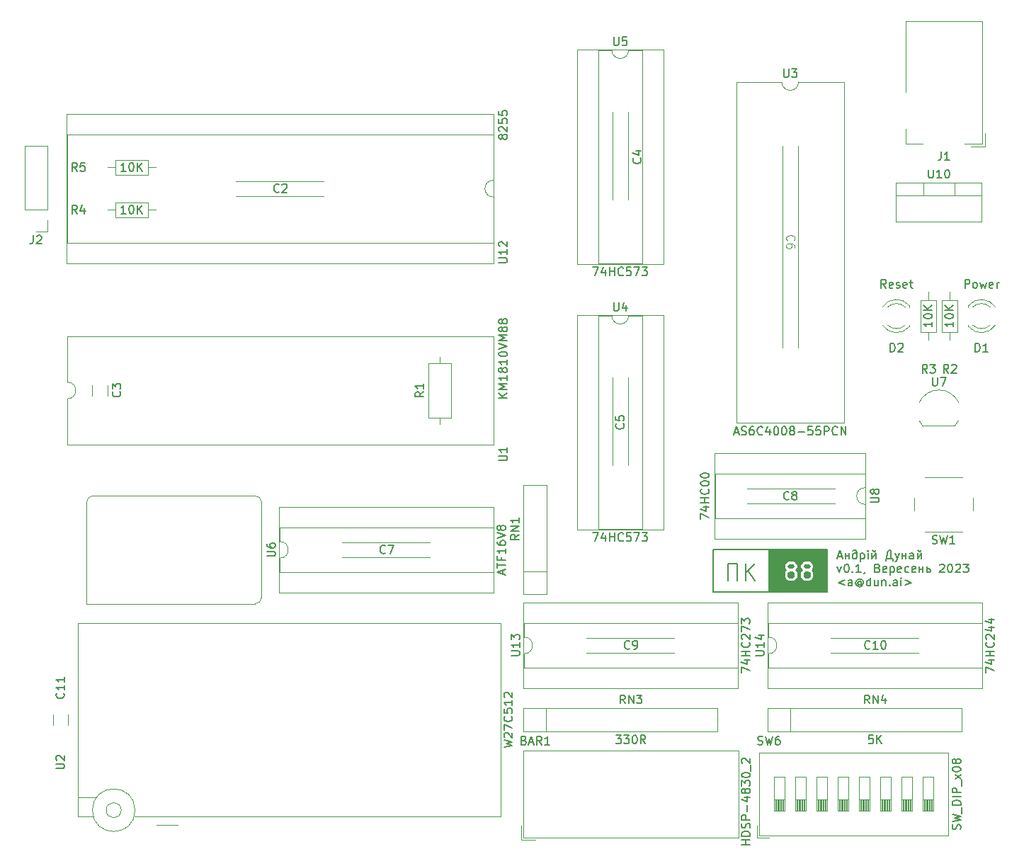
<source format=gbr>
%TF.GenerationSoftware,KiCad,Pcbnew,7.0.7*%
%TF.CreationDate,2023-09-28T02:10:51+03:00*%
%TF.ProjectId,main,6d61696e-2e6b-4696-9361-645f70636258,rev?*%
%TF.SameCoordinates,Original*%
%TF.FileFunction,Legend,Top*%
%TF.FilePolarity,Positive*%
%FSLAX46Y46*%
G04 Gerber Fmt 4.6, Leading zero omitted, Abs format (unit mm)*
G04 Created by KiCad (PCBNEW 7.0.7) date 2023-09-28 02:10:51*
%MOMM*%
%LPD*%
G01*
G04 APERTURE LIST*
%ADD10C,0.150000*%
%ADD11C,0.300000*%
%ADD12C,0.200000*%
%ADD13C,0.100000*%
%ADD14C,0.120000*%
G04 APERTURE END LIST*
D10*
X105410000Y41910000D02*
X112395000Y41910000D01*
X112395000Y40640000D01*
X105410000Y40640000D01*
X105410000Y41910000D01*
G36*
X105410000Y41910000D02*
G01*
X112395000Y41910000D01*
X112395000Y40640000D01*
X105410000Y40640000D01*
X105410000Y41910000D01*
G37*
X110807500Y44450000D02*
X112395000Y44450000D01*
X112395000Y41910000D01*
X110807500Y41910000D01*
X110807500Y44450000D01*
G36*
X110807500Y44450000D02*
G01*
X112395000Y44450000D01*
X112395000Y41910000D01*
X110807500Y41910000D01*
X110807500Y44450000D01*
G37*
X105410000Y44450000D02*
X106997500Y44450000D01*
X106997500Y41910000D01*
X105410000Y41910000D01*
X105410000Y44450000D01*
G36*
X105410000Y44450000D02*
G01*
X106997500Y44450000D01*
X106997500Y41910000D01*
X105410000Y41910000D01*
X105410000Y44450000D01*
G37*
X105410000Y45720000D02*
X112395000Y45720000D01*
X112395000Y44450000D01*
X105410000Y44450000D01*
X105410000Y45720000D01*
G36*
X105410000Y45720000D02*
G01*
X112395000Y45720000D01*
X112395000Y44450000D01*
X105410000Y44450000D01*
X105410000Y45720000D01*
G37*
X113636660Y44910895D02*
X114112850Y44910895D01*
X113541422Y44625180D02*
X113874755Y45625180D01*
X113874755Y45625180D02*
X114208088Y44625180D01*
X114541422Y44958514D02*
X114969993Y44958514D01*
X114541422Y45291847D02*
X114541422Y44625180D01*
X114969993Y45291847D02*
X114969993Y44625180D01*
X115922374Y45196609D02*
X115874755Y45244228D01*
X115874755Y45244228D02*
X115779517Y45291847D01*
X115779517Y45291847D02*
X115589041Y45291847D01*
X115589041Y45291847D02*
X115493803Y45244228D01*
X115493803Y45244228D02*
X115446184Y45196609D01*
X115446184Y45196609D02*
X115398565Y45101371D01*
X115398565Y45101371D02*
X115398565Y44815657D01*
X115398565Y44815657D02*
X115446184Y44720419D01*
X115446184Y44720419D02*
X115493803Y44672800D01*
X115493803Y44672800D02*
X115589041Y44625180D01*
X115589041Y44625180D02*
X115731898Y44625180D01*
X115731898Y44625180D02*
X115827136Y44672800D01*
X115827136Y44672800D02*
X115874755Y44720419D01*
X115874755Y44720419D02*
X115922374Y44815657D01*
X115922374Y44815657D02*
X115922374Y45434704D01*
X115922374Y45434704D02*
X115874755Y45529942D01*
X115874755Y45529942D02*
X115827136Y45577561D01*
X115827136Y45577561D02*
X115731898Y45625180D01*
X115731898Y45625180D02*
X115541422Y45625180D01*
X115541422Y45625180D02*
X115446184Y45577561D01*
X116350946Y45291847D02*
X116350946Y44291847D01*
X116350946Y45244228D02*
X116446184Y45291847D01*
X116446184Y45291847D02*
X116636660Y45291847D01*
X116636660Y45291847D02*
X116731898Y45244228D01*
X116731898Y45244228D02*
X116779517Y45196609D01*
X116779517Y45196609D02*
X116827136Y45101371D01*
X116827136Y45101371D02*
X116827136Y44815657D01*
X116827136Y44815657D02*
X116779517Y44720419D01*
X116779517Y44720419D02*
X116731898Y44672800D01*
X116731898Y44672800D02*
X116636660Y44625180D01*
X116636660Y44625180D02*
X116446184Y44625180D01*
X116446184Y44625180D02*
X116350946Y44672800D01*
X117255708Y44625180D02*
X117255708Y45291847D01*
X117255708Y45625180D02*
X117208089Y45577561D01*
X117208089Y45577561D02*
X117255708Y45529942D01*
X117255708Y45529942D02*
X117303327Y45577561D01*
X117303327Y45577561D02*
X117255708Y45625180D01*
X117255708Y45625180D02*
X117255708Y45529942D01*
X117731898Y45291847D02*
X117731898Y44625180D01*
X117731898Y44625180D02*
X118208088Y45291847D01*
X118208088Y45291847D02*
X118208088Y44625180D01*
X117779517Y45672800D02*
X117827136Y45577561D01*
X117827136Y45577561D02*
X117922374Y45529942D01*
X117922374Y45529942D02*
X118017612Y45529942D01*
X118017612Y45529942D02*
X118112850Y45577561D01*
X118112850Y45577561D02*
X118160469Y45672800D01*
X120208089Y44387085D02*
X120208089Y44625180D01*
X120208089Y44625180D02*
X119350946Y44625180D01*
X119350946Y44625180D02*
X119350946Y44387085D01*
X120017612Y44625180D02*
X120017612Y45625180D01*
X120017612Y45625180D02*
X119779517Y45625180D01*
X119779517Y45625180D02*
X119684279Y45577561D01*
X119684279Y45577561D02*
X119636660Y45529942D01*
X119636660Y45529942D02*
X119589041Y45434704D01*
X119589041Y45434704D02*
X119493803Y44625180D01*
X120493803Y45291847D02*
X120731898Y44625180D01*
X120969993Y45291847D02*
X120731898Y44625180D01*
X120731898Y44625180D02*
X120636660Y44387085D01*
X120636660Y44387085D02*
X120589041Y44339466D01*
X120589041Y44339466D02*
X120493803Y44291847D01*
X121350946Y44958514D02*
X121779517Y44958514D01*
X121350946Y45291847D02*
X121350946Y44625180D01*
X121779517Y45291847D02*
X121779517Y44625180D01*
X122684279Y44625180D02*
X122684279Y45148990D01*
X122684279Y45148990D02*
X122636660Y45244228D01*
X122636660Y45244228D02*
X122541422Y45291847D01*
X122541422Y45291847D02*
X122350946Y45291847D01*
X122350946Y45291847D02*
X122255708Y45244228D01*
X122684279Y44672800D02*
X122589041Y44625180D01*
X122589041Y44625180D02*
X122350946Y44625180D01*
X122350946Y44625180D02*
X122255708Y44672800D01*
X122255708Y44672800D02*
X122208089Y44768038D01*
X122208089Y44768038D02*
X122208089Y44863276D01*
X122208089Y44863276D02*
X122255708Y44958514D01*
X122255708Y44958514D02*
X122350946Y45006133D01*
X122350946Y45006133D02*
X122589041Y45006133D01*
X122589041Y45006133D02*
X122684279Y45053752D01*
X123160470Y45291847D02*
X123160470Y44625180D01*
X123160470Y44625180D02*
X123636660Y45291847D01*
X123636660Y45291847D02*
X123636660Y44625180D01*
X123208089Y45672800D02*
X123255708Y45577561D01*
X123255708Y45577561D02*
X123350946Y45529942D01*
X123350946Y45529942D02*
X123446184Y45529942D01*
X123446184Y45529942D02*
X123541422Y45577561D01*
X123541422Y45577561D02*
X123589041Y45672800D01*
X113589041Y43681847D02*
X113827136Y43015180D01*
X113827136Y43015180D02*
X114065231Y43681847D01*
X114636660Y44015180D02*
X114731898Y44015180D01*
X114731898Y44015180D02*
X114827136Y43967561D01*
X114827136Y43967561D02*
X114874755Y43919942D01*
X114874755Y43919942D02*
X114922374Y43824704D01*
X114922374Y43824704D02*
X114969993Y43634228D01*
X114969993Y43634228D02*
X114969993Y43396133D01*
X114969993Y43396133D02*
X114922374Y43205657D01*
X114922374Y43205657D02*
X114874755Y43110419D01*
X114874755Y43110419D02*
X114827136Y43062800D01*
X114827136Y43062800D02*
X114731898Y43015180D01*
X114731898Y43015180D02*
X114636660Y43015180D01*
X114636660Y43015180D02*
X114541422Y43062800D01*
X114541422Y43062800D02*
X114493803Y43110419D01*
X114493803Y43110419D02*
X114446184Y43205657D01*
X114446184Y43205657D02*
X114398565Y43396133D01*
X114398565Y43396133D02*
X114398565Y43634228D01*
X114398565Y43634228D02*
X114446184Y43824704D01*
X114446184Y43824704D02*
X114493803Y43919942D01*
X114493803Y43919942D02*
X114541422Y43967561D01*
X114541422Y43967561D02*
X114636660Y44015180D01*
X115398565Y43110419D02*
X115446184Y43062800D01*
X115446184Y43062800D02*
X115398565Y43015180D01*
X115398565Y43015180D02*
X115350946Y43062800D01*
X115350946Y43062800D02*
X115398565Y43110419D01*
X115398565Y43110419D02*
X115398565Y43015180D01*
X116398564Y43015180D02*
X115827136Y43015180D01*
X116112850Y43015180D02*
X116112850Y44015180D01*
X116112850Y44015180D02*
X116017612Y43872323D01*
X116017612Y43872323D02*
X115922374Y43777085D01*
X115922374Y43777085D02*
X115827136Y43729466D01*
X116874755Y43062800D02*
X116874755Y43015180D01*
X116874755Y43015180D02*
X116827136Y42919942D01*
X116827136Y42919942D02*
X116779517Y42872323D01*
X118398564Y43538990D02*
X118541421Y43491371D01*
X118541421Y43491371D02*
X118589040Y43443752D01*
X118589040Y43443752D02*
X118636659Y43348514D01*
X118636659Y43348514D02*
X118636659Y43205657D01*
X118636659Y43205657D02*
X118589040Y43110419D01*
X118589040Y43110419D02*
X118541421Y43062800D01*
X118541421Y43062800D02*
X118446183Y43015180D01*
X118446183Y43015180D02*
X118065231Y43015180D01*
X118065231Y43015180D02*
X118065231Y44015180D01*
X118065231Y44015180D02*
X118398564Y44015180D01*
X118398564Y44015180D02*
X118493802Y43967561D01*
X118493802Y43967561D02*
X118541421Y43919942D01*
X118541421Y43919942D02*
X118589040Y43824704D01*
X118589040Y43824704D02*
X118589040Y43729466D01*
X118589040Y43729466D02*
X118541421Y43634228D01*
X118541421Y43634228D02*
X118493802Y43586609D01*
X118493802Y43586609D02*
X118398564Y43538990D01*
X118398564Y43538990D02*
X118065231Y43538990D01*
X119446183Y43062800D02*
X119350945Y43015180D01*
X119350945Y43015180D02*
X119160469Y43015180D01*
X119160469Y43015180D02*
X119065231Y43062800D01*
X119065231Y43062800D02*
X119017612Y43158038D01*
X119017612Y43158038D02*
X119017612Y43538990D01*
X119017612Y43538990D02*
X119065231Y43634228D01*
X119065231Y43634228D02*
X119160469Y43681847D01*
X119160469Y43681847D02*
X119350945Y43681847D01*
X119350945Y43681847D02*
X119446183Y43634228D01*
X119446183Y43634228D02*
X119493802Y43538990D01*
X119493802Y43538990D02*
X119493802Y43443752D01*
X119493802Y43443752D02*
X119017612Y43348514D01*
X119922374Y43681847D02*
X119922374Y42681847D01*
X119922374Y43634228D02*
X120017612Y43681847D01*
X120017612Y43681847D02*
X120208088Y43681847D01*
X120208088Y43681847D02*
X120303326Y43634228D01*
X120303326Y43634228D02*
X120350945Y43586609D01*
X120350945Y43586609D02*
X120398564Y43491371D01*
X120398564Y43491371D02*
X120398564Y43205657D01*
X120398564Y43205657D02*
X120350945Y43110419D01*
X120350945Y43110419D02*
X120303326Y43062800D01*
X120303326Y43062800D02*
X120208088Y43015180D01*
X120208088Y43015180D02*
X120017612Y43015180D01*
X120017612Y43015180D02*
X119922374Y43062800D01*
X121208088Y43062800D02*
X121112850Y43015180D01*
X121112850Y43015180D02*
X120922374Y43015180D01*
X120922374Y43015180D02*
X120827136Y43062800D01*
X120827136Y43062800D02*
X120779517Y43158038D01*
X120779517Y43158038D02*
X120779517Y43538990D01*
X120779517Y43538990D02*
X120827136Y43634228D01*
X120827136Y43634228D02*
X120922374Y43681847D01*
X120922374Y43681847D02*
X121112850Y43681847D01*
X121112850Y43681847D02*
X121208088Y43634228D01*
X121208088Y43634228D02*
X121255707Y43538990D01*
X121255707Y43538990D02*
X121255707Y43443752D01*
X121255707Y43443752D02*
X120779517Y43348514D01*
X122112850Y43062800D02*
X122017612Y43015180D01*
X122017612Y43015180D02*
X121827136Y43015180D01*
X121827136Y43015180D02*
X121731898Y43062800D01*
X121731898Y43062800D02*
X121684279Y43110419D01*
X121684279Y43110419D02*
X121636660Y43205657D01*
X121636660Y43205657D02*
X121636660Y43491371D01*
X121636660Y43491371D02*
X121684279Y43586609D01*
X121684279Y43586609D02*
X121731898Y43634228D01*
X121731898Y43634228D02*
X121827136Y43681847D01*
X121827136Y43681847D02*
X122017612Y43681847D01*
X122017612Y43681847D02*
X122112850Y43634228D01*
X122922374Y43062800D02*
X122827136Y43015180D01*
X122827136Y43015180D02*
X122636660Y43015180D01*
X122636660Y43015180D02*
X122541422Y43062800D01*
X122541422Y43062800D02*
X122493803Y43158038D01*
X122493803Y43158038D02*
X122493803Y43538990D01*
X122493803Y43538990D02*
X122541422Y43634228D01*
X122541422Y43634228D02*
X122636660Y43681847D01*
X122636660Y43681847D02*
X122827136Y43681847D01*
X122827136Y43681847D02*
X122922374Y43634228D01*
X122922374Y43634228D02*
X122969993Y43538990D01*
X122969993Y43538990D02*
X122969993Y43443752D01*
X122969993Y43443752D02*
X122493803Y43348514D01*
X123398565Y43348514D02*
X123827136Y43348514D01*
X123398565Y43681847D02*
X123398565Y43015180D01*
X123827136Y43681847D02*
X123827136Y43015180D01*
X124303327Y43681847D02*
X124303327Y43015180D01*
X124303327Y43015180D02*
X124541422Y43015180D01*
X124541422Y43015180D02*
X124636660Y43062800D01*
X124636660Y43062800D02*
X124684279Y43158038D01*
X124684279Y43158038D02*
X124684279Y43300895D01*
X124684279Y43300895D02*
X124636660Y43396133D01*
X124636660Y43396133D02*
X124541422Y43443752D01*
X124541422Y43443752D02*
X124303327Y43443752D01*
X125827137Y43919942D02*
X125874756Y43967561D01*
X125874756Y43967561D02*
X125969994Y44015180D01*
X125969994Y44015180D02*
X126208089Y44015180D01*
X126208089Y44015180D02*
X126303327Y43967561D01*
X126303327Y43967561D02*
X126350946Y43919942D01*
X126350946Y43919942D02*
X126398565Y43824704D01*
X126398565Y43824704D02*
X126398565Y43729466D01*
X126398565Y43729466D02*
X126350946Y43586609D01*
X126350946Y43586609D02*
X125779518Y43015180D01*
X125779518Y43015180D02*
X126398565Y43015180D01*
X127017613Y44015180D02*
X127112851Y44015180D01*
X127112851Y44015180D02*
X127208089Y43967561D01*
X127208089Y43967561D02*
X127255708Y43919942D01*
X127255708Y43919942D02*
X127303327Y43824704D01*
X127303327Y43824704D02*
X127350946Y43634228D01*
X127350946Y43634228D02*
X127350946Y43396133D01*
X127350946Y43396133D02*
X127303327Y43205657D01*
X127303327Y43205657D02*
X127255708Y43110419D01*
X127255708Y43110419D02*
X127208089Y43062800D01*
X127208089Y43062800D02*
X127112851Y43015180D01*
X127112851Y43015180D02*
X127017613Y43015180D01*
X127017613Y43015180D02*
X126922375Y43062800D01*
X126922375Y43062800D02*
X126874756Y43110419D01*
X126874756Y43110419D02*
X126827137Y43205657D01*
X126827137Y43205657D02*
X126779518Y43396133D01*
X126779518Y43396133D02*
X126779518Y43634228D01*
X126779518Y43634228D02*
X126827137Y43824704D01*
X126827137Y43824704D02*
X126874756Y43919942D01*
X126874756Y43919942D02*
X126922375Y43967561D01*
X126922375Y43967561D02*
X127017613Y44015180D01*
X127731899Y43919942D02*
X127779518Y43967561D01*
X127779518Y43967561D02*
X127874756Y44015180D01*
X127874756Y44015180D02*
X128112851Y44015180D01*
X128112851Y44015180D02*
X128208089Y43967561D01*
X128208089Y43967561D02*
X128255708Y43919942D01*
X128255708Y43919942D02*
X128303327Y43824704D01*
X128303327Y43824704D02*
X128303327Y43729466D01*
X128303327Y43729466D02*
X128255708Y43586609D01*
X128255708Y43586609D02*
X127684280Y43015180D01*
X127684280Y43015180D02*
X128303327Y43015180D01*
X128636661Y44015180D02*
X129255708Y44015180D01*
X129255708Y44015180D02*
X128922375Y43634228D01*
X128922375Y43634228D02*
X129065232Y43634228D01*
X129065232Y43634228D02*
X129160470Y43586609D01*
X129160470Y43586609D02*
X129208089Y43538990D01*
X129208089Y43538990D02*
X129255708Y43443752D01*
X129255708Y43443752D02*
X129255708Y43205657D01*
X129255708Y43205657D02*
X129208089Y43110419D01*
X129208089Y43110419D02*
X129160470Y43062800D01*
X129160470Y43062800D02*
X129065232Y43015180D01*
X129065232Y43015180D02*
X128779518Y43015180D01*
X128779518Y43015180D02*
X128684280Y43062800D01*
X128684280Y43062800D02*
X128636661Y43110419D01*
X114446184Y42071847D02*
X113684279Y41786133D01*
X113684279Y41786133D02*
X114446184Y41500419D01*
X115350945Y41405180D02*
X115350945Y41928990D01*
X115350945Y41928990D02*
X115303326Y42024228D01*
X115303326Y42024228D02*
X115208088Y42071847D01*
X115208088Y42071847D02*
X115017612Y42071847D01*
X115017612Y42071847D02*
X114922374Y42024228D01*
X115350945Y41452800D02*
X115255707Y41405180D01*
X115255707Y41405180D02*
X115017612Y41405180D01*
X115017612Y41405180D02*
X114922374Y41452800D01*
X114922374Y41452800D02*
X114874755Y41548038D01*
X114874755Y41548038D02*
X114874755Y41643276D01*
X114874755Y41643276D02*
X114922374Y41738514D01*
X114922374Y41738514D02*
X115017612Y41786133D01*
X115017612Y41786133D02*
X115255707Y41786133D01*
X115255707Y41786133D02*
X115350945Y41833752D01*
X116446183Y41881371D02*
X116398564Y41928990D01*
X116398564Y41928990D02*
X116303326Y41976609D01*
X116303326Y41976609D02*
X116208088Y41976609D01*
X116208088Y41976609D02*
X116112850Y41928990D01*
X116112850Y41928990D02*
X116065231Y41881371D01*
X116065231Y41881371D02*
X116017612Y41786133D01*
X116017612Y41786133D02*
X116017612Y41690895D01*
X116017612Y41690895D02*
X116065231Y41595657D01*
X116065231Y41595657D02*
X116112850Y41548038D01*
X116112850Y41548038D02*
X116208088Y41500419D01*
X116208088Y41500419D02*
X116303326Y41500419D01*
X116303326Y41500419D02*
X116398564Y41548038D01*
X116398564Y41548038D02*
X116446183Y41595657D01*
X116446183Y41976609D02*
X116446183Y41595657D01*
X116446183Y41595657D02*
X116493802Y41548038D01*
X116493802Y41548038D02*
X116541421Y41548038D01*
X116541421Y41548038D02*
X116636660Y41595657D01*
X116636660Y41595657D02*
X116684279Y41690895D01*
X116684279Y41690895D02*
X116684279Y41928990D01*
X116684279Y41928990D02*
X116589041Y42071847D01*
X116589041Y42071847D02*
X116446183Y42167085D01*
X116446183Y42167085D02*
X116255707Y42214704D01*
X116255707Y42214704D02*
X116065231Y42167085D01*
X116065231Y42167085D02*
X115922374Y42071847D01*
X115922374Y42071847D02*
X115827136Y41928990D01*
X115827136Y41928990D02*
X115779517Y41738514D01*
X115779517Y41738514D02*
X115827136Y41548038D01*
X115827136Y41548038D02*
X115922374Y41405180D01*
X115922374Y41405180D02*
X116065231Y41309942D01*
X116065231Y41309942D02*
X116255707Y41262323D01*
X116255707Y41262323D02*
X116446183Y41309942D01*
X116446183Y41309942D02*
X116589041Y41405180D01*
X117541421Y41405180D02*
X117541421Y42405180D01*
X117541421Y41452800D02*
X117446183Y41405180D01*
X117446183Y41405180D02*
X117255707Y41405180D01*
X117255707Y41405180D02*
X117160469Y41452800D01*
X117160469Y41452800D02*
X117112850Y41500419D01*
X117112850Y41500419D02*
X117065231Y41595657D01*
X117065231Y41595657D02*
X117065231Y41881371D01*
X117065231Y41881371D02*
X117112850Y41976609D01*
X117112850Y41976609D02*
X117160469Y42024228D01*
X117160469Y42024228D02*
X117255707Y42071847D01*
X117255707Y42071847D02*
X117446183Y42071847D01*
X117446183Y42071847D02*
X117541421Y42024228D01*
X118446183Y42071847D02*
X118446183Y41405180D01*
X118017612Y42071847D02*
X118017612Y41548038D01*
X118017612Y41548038D02*
X118065231Y41452800D01*
X118065231Y41452800D02*
X118160469Y41405180D01*
X118160469Y41405180D02*
X118303326Y41405180D01*
X118303326Y41405180D02*
X118398564Y41452800D01*
X118398564Y41452800D02*
X118446183Y41500419D01*
X118922374Y42071847D02*
X118922374Y41405180D01*
X118922374Y41976609D02*
X118969993Y42024228D01*
X118969993Y42024228D02*
X119065231Y42071847D01*
X119065231Y42071847D02*
X119208088Y42071847D01*
X119208088Y42071847D02*
X119303326Y42024228D01*
X119303326Y42024228D02*
X119350945Y41928990D01*
X119350945Y41928990D02*
X119350945Y41405180D01*
X119827136Y41500419D02*
X119874755Y41452800D01*
X119874755Y41452800D02*
X119827136Y41405180D01*
X119827136Y41405180D02*
X119779517Y41452800D01*
X119779517Y41452800D02*
X119827136Y41500419D01*
X119827136Y41500419D02*
X119827136Y41405180D01*
X120731897Y41405180D02*
X120731897Y41928990D01*
X120731897Y41928990D02*
X120684278Y42024228D01*
X120684278Y42024228D02*
X120589040Y42071847D01*
X120589040Y42071847D02*
X120398564Y42071847D01*
X120398564Y42071847D02*
X120303326Y42024228D01*
X120731897Y41452800D02*
X120636659Y41405180D01*
X120636659Y41405180D02*
X120398564Y41405180D01*
X120398564Y41405180D02*
X120303326Y41452800D01*
X120303326Y41452800D02*
X120255707Y41548038D01*
X120255707Y41548038D02*
X120255707Y41643276D01*
X120255707Y41643276D02*
X120303326Y41738514D01*
X120303326Y41738514D02*
X120398564Y41786133D01*
X120398564Y41786133D02*
X120636659Y41786133D01*
X120636659Y41786133D02*
X120731897Y41833752D01*
X121208088Y41405180D02*
X121208088Y42071847D01*
X121208088Y42405180D02*
X121160469Y42357561D01*
X121160469Y42357561D02*
X121208088Y42309942D01*
X121208088Y42309942D02*
X121255707Y42357561D01*
X121255707Y42357561D02*
X121208088Y42405180D01*
X121208088Y42405180D02*
X121208088Y42309942D01*
X121684278Y42071847D02*
X122446183Y41786133D01*
X122446183Y41786133D02*
X121684278Y41500419D01*
D11*
G36*
X108359018Y43078181D02*
G01*
X108419832Y43017367D01*
X108488348Y42880336D01*
X108488348Y42570204D01*
X108419832Y42433172D01*
X108359018Y42372358D01*
X108221985Y42303841D01*
X107911854Y42303841D01*
X107774820Y42372358D01*
X107714007Y42433171D01*
X107645491Y42570204D01*
X107645491Y42880335D01*
X107714007Y43017367D01*
X107774820Y43078181D01*
X107911854Y43146699D01*
X108221985Y43146699D01*
X108359018Y43078181D01*
G37*
G36*
X108359018Y43935325D02*
G01*
X108419831Y43874511D01*
X108488348Y43737478D01*
X108488348Y43713060D01*
X108419832Y43576029D01*
X108359018Y43515215D01*
X108221986Y43446699D01*
X107911853Y43446699D01*
X107774821Y43515215D01*
X107714007Y43576028D01*
X107645491Y43713061D01*
X107645491Y43737479D01*
X107714007Y43874511D01*
X107774821Y43935325D01*
X107911853Y44003841D01*
X108221986Y44003841D01*
X108359018Y43935325D01*
G37*
G36*
X110263780Y43078181D02*
G01*
X110324594Y43017367D01*
X110393110Y42880336D01*
X110393110Y42570204D01*
X110324594Y42433172D01*
X110263780Y42372358D01*
X110126747Y42303841D01*
X109816616Y42303841D01*
X109679582Y42372358D01*
X109618769Y42433171D01*
X109550253Y42570204D01*
X109550253Y42880336D01*
X109618768Y43017367D01*
X109679582Y43078181D01*
X109816616Y43146699D01*
X110126747Y43146699D01*
X110263780Y43078181D01*
G37*
G36*
X110263780Y43935325D02*
G01*
X110324594Y43874510D01*
X110393110Y43737479D01*
X110393110Y43713060D01*
X110324594Y43576029D01*
X110263780Y43515215D01*
X110126748Y43446699D01*
X109816615Y43446699D01*
X109679582Y43515215D01*
X109618769Y43576028D01*
X109550253Y43713060D01*
X109550253Y43737479D01*
X109618769Y43874511D01*
X109679583Y43935325D01*
X109816615Y44003841D01*
X110126748Y44003841D01*
X110263780Y43935325D01*
G37*
G36*
X110978824Y41718127D02*
G01*
X107059777Y41718127D01*
X107059777Y42534794D01*
X107345491Y42534794D01*
X107354414Y42501492D01*
X107361327Y42467712D01*
X107456565Y42277236D01*
X107472587Y42259167D01*
X107484663Y42238252D01*
X107579901Y42143014D01*
X107600814Y42130939D01*
X107618884Y42114916D01*
X107809360Y42019677D01*
X107843144Y42012763D01*
X107876443Y42003841D01*
X108257396Y42003841D01*
X108290696Y42012763D01*
X108324479Y42019677D01*
X108514955Y42114916D01*
X108533024Y42130939D01*
X108553938Y42143014D01*
X108649176Y42238252D01*
X108661250Y42259166D01*
X108677274Y42277236D01*
X108772512Y42467712D01*
X108779424Y42501490D01*
X108788348Y42534794D01*
X109250253Y42534794D01*
X109259176Y42501492D01*
X109266089Y42467712D01*
X109361327Y42277236D01*
X109377349Y42259167D01*
X109389425Y42238252D01*
X109484663Y42143014D01*
X109505576Y42130939D01*
X109523646Y42114916D01*
X109714122Y42019677D01*
X109747906Y42012763D01*
X109781205Y42003841D01*
X110162158Y42003841D01*
X110195458Y42012763D01*
X110229241Y42019677D01*
X110419717Y42114916D01*
X110437786Y42130939D01*
X110458700Y42143014D01*
X110553938Y42238252D01*
X110566012Y42259166D01*
X110582036Y42277236D01*
X110677274Y42467712D01*
X110684186Y42501490D01*
X110693110Y42534794D01*
X110693110Y42915746D01*
X110684186Y42949049D01*
X110677274Y42982828D01*
X110582036Y43173304D01*
X110566012Y43191373D01*
X110553938Y43212288D01*
X110469527Y43296698D01*
X110553938Y43381109D01*
X110566012Y43402023D01*
X110582036Y43420093D01*
X110677274Y43610569D01*
X110684186Y43644347D01*
X110693110Y43677651D01*
X110693110Y43772889D01*
X110684186Y43806192D01*
X110677274Y43839971D01*
X110582036Y44030447D01*
X110566012Y44048516D01*
X110553938Y44069431D01*
X110458700Y44164669D01*
X110437784Y44176744D01*
X110419716Y44192767D01*
X110229240Y44288005D01*
X110195459Y44294917D01*
X110162158Y44303841D01*
X109781205Y44303841D01*
X109747901Y44294917D01*
X109714123Y44288005D01*
X109523647Y44192767D01*
X109505577Y44176743D01*
X109484663Y44164669D01*
X109389425Y44069431D01*
X109377349Y44048515D01*
X109361327Y44030447D01*
X109266089Y43839971D01*
X109259176Y43806190D01*
X109250253Y43772889D01*
X109250253Y43677651D01*
X109259176Y43644349D01*
X109266089Y43610569D01*
X109361327Y43420093D01*
X109377349Y43402024D01*
X109389425Y43381109D01*
X109473835Y43296698D01*
X109389425Y43212288D01*
X109377349Y43191372D01*
X109361327Y43173304D01*
X109266089Y42982828D01*
X109259176Y42949047D01*
X109250253Y42915746D01*
X109250253Y42534794D01*
X108788348Y42534794D01*
X108788348Y42915746D01*
X108779424Y42949049D01*
X108772512Y42982828D01*
X108677274Y43173304D01*
X108661250Y43191373D01*
X108649176Y43212288D01*
X108564765Y43296698D01*
X108649176Y43381109D01*
X108661250Y43402023D01*
X108677274Y43420093D01*
X108772512Y43610569D01*
X108779424Y43644347D01*
X108788348Y43677651D01*
X108788348Y43772889D01*
X108779424Y43806192D01*
X108772512Y43839971D01*
X108677274Y44030447D01*
X108661250Y44048516D01*
X108649176Y44069431D01*
X108553938Y44164669D01*
X108533022Y44176744D01*
X108514954Y44192767D01*
X108324478Y44288005D01*
X108290697Y44294917D01*
X108257396Y44303841D01*
X107876443Y44303841D01*
X107843139Y44294917D01*
X107809361Y44288005D01*
X107618885Y44192767D01*
X107600815Y44176743D01*
X107579901Y44164669D01*
X107484663Y44069431D01*
X107472587Y44048515D01*
X107456565Y44030447D01*
X107361327Y43839971D01*
X107354414Y43806190D01*
X107345491Y43772889D01*
X107345491Y43677651D01*
X107354414Y43644349D01*
X107361327Y43610569D01*
X107456565Y43420093D01*
X107472587Y43402024D01*
X107484663Y43381109D01*
X107569073Y43296698D01*
X107484663Y43212288D01*
X107472587Y43191372D01*
X107456565Y43173304D01*
X107361327Y42982828D01*
X107354414Y42949047D01*
X107345491Y42915746D01*
X107345491Y42534794D01*
X107059777Y42534794D01*
X107059777Y44589555D01*
X110978824Y44589555D01*
X110978824Y41718127D01*
G37*
D12*
X100490535Y42060161D02*
X100490535Y44060161D01*
X100490535Y44060161D02*
X101633392Y44060161D01*
X101633392Y44060161D02*
X101633392Y42060161D01*
X102585773Y42060161D02*
X102585773Y44060161D01*
X103728630Y42060161D02*
X102871487Y43203019D01*
X103728630Y44060161D02*
X102585773Y42917304D01*
D10*
X98742500Y45720000D02*
X105381428Y45720000D01*
X105381428Y40640000D01*
X98742500Y40640000D01*
X98742500Y45720000D01*
X130071905Y69395180D02*
X130071905Y70395180D01*
X130071905Y70395180D02*
X130310000Y70395180D01*
X130310000Y70395180D02*
X130452857Y70347561D01*
X130452857Y70347561D02*
X130548095Y70252323D01*
X130548095Y70252323D02*
X130595714Y70157085D01*
X130595714Y70157085D02*
X130643333Y69966609D01*
X130643333Y69966609D02*
X130643333Y69823752D01*
X130643333Y69823752D02*
X130595714Y69633276D01*
X130595714Y69633276D02*
X130548095Y69538038D01*
X130548095Y69538038D02*
X130452857Y69442800D01*
X130452857Y69442800D02*
X130310000Y69395180D01*
X130310000Y69395180D02*
X130071905Y69395180D01*
X131595714Y69395180D02*
X131024286Y69395180D01*
X131310000Y69395180D02*
X131310000Y70395180D01*
X131310000Y70395180D02*
X131214762Y70252323D01*
X131214762Y70252323D02*
X131119524Y70157085D01*
X131119524Y70157085D02*
X131024286Y70109466D01*
X128833809Y77015180D02*
X128833809Y78015180D01*
X128833809Y78015180D02*
X129214761Y78015180D01*
X129214761Y78015180D02*
X129309999Y77967561D01*
X129309999Y77967561D02*
X129357618Y77919942D01*
X129357618Y77919942D02*
X129405237Y77824704D01*
X129405237Y77824704D02*
X129405237Y77681847D01*
X129405237Y77681847D02*
X129357618Y77586609D01*
X129357618Y77586609D02*
X129309999Y77538990D01*
X129309999Y77538990D02*
X129214761Y77491371D01*
X129214761Y77491371D02*
X128833809Y77491371D01*
X129976666Y77015180D02*
X129881428Y77062800D01*
X129881428Y77062800D02*
X129833809Y77110419D01*
X129833809Y77110419D02*
X129786190Y77205657D01*
X129786190Y77205657D02*
X129786190Y77491371D01*
X129786190Y77491371D02*
X129833809Y77586609D01*
X129833809Y77586609D02*
X129881428Y77634228D01*
X129881428Y77634228D02*
X129976666Y77681847D01*
X129976666Y77681847D02*
X130119523Y77681847D01*
X130119523Y77681847D02*
X130214761Y77634228D01*
X130214761Y77634228D02*
X130262380Y77586609D01*
X130262380Y77586609D02*
X130309999Y77491371D01*
X130309999Y77491371D02*
X130309999Y77205657D01*
X130309999Y77205657D02*
X130262380Y77110419D01*
X130262380Y77110419D02*
X130214761Y77062800D01*
X130214761Y77062800D02*
X130119523Y77015180D01*
X130119523Y77015180D02*
X129976666Y77015180D01*
X130643333Y77681847D02*
X130833809Y77015180D01*
X130833809Y77015180D02*
X131024285Y77491371D01*
X131024285Y77491371D02*
X131214761Y77015180D01*
X131214761Y77015180D02*
X131405237Y77681847D01*
X132167142Y77062800D02*
X132071904Y77015180D01*
X132071904Y77015180D02*
X131881428Y77015180D01*
X131881428Y77015180D02*
X131786190Y77062800D01*
X131786190Y77062800D02*
X131738571Y77158038D01*
X131738571Y77158038D02*
X131738571Y77538990D01*
X131738571Y77538990D02*
X131786190Y77634228D01*
X131786190Y77634228D02*
X131881428Y77681847D01*
X131881428Y77681847D02*
X132071904Y77681847D01*
X132071904Y77681847D02*
X132167142Y77634228D01*
X132167142Y77634228D02*
X132214761Y77538990D01*
X132214761Y77538990D02*
X132214761Y77443752D01*
X132214761Y77443752D02*
X131738571Y77348514D01*
X132643333Y77015180D02*
X132643333Y77681847D01*
X132643333Y77491371D02*
X132690952Y77586609D01*
X132690952Y77586609D02*
X132738571Y77634228D01*
X132738571Y77634228D02*
X132833809Y77681847D01*
X132833809Y77681847D02*
X132929047Y77681847D01*
X86868095Y75265180D02*
X86868095Y74455657D01*
X86868095Y74455657D02*
X86915714Y74360419D01*
X86915714Y74360419D02*
X86963333Y74312800D01*
X86963333Y74312800D02*
X87058571Y74265180D01*
X87058571Y74265180D02*
X87249047Y74265180D01*
X87249047Y74265180D02*
X87344285Y74312800D01*
X87344285Y74312800D02*
X87391904Y74360419D01*
X87391904Y74360419D02*
X87439523Y74455657D01*
X87439523Y74455657D02*
X87439523Y75265180D01*
X88344285Y74931847D02*
X88344285Y74265180D01*
X88106190Y75312800D02*
X87868095Y74598514D01*
X87868095Y74598514D02*
X88487142Y74598514D01*
X84368095Y47745180D02*
X85034761Y47745180D01*
X85034761Y47745180D02*
X84606190Y46745180D01*
X85844285Y47411847D02*
X85844285Y46745180D01*
X85606190Y47792800D02*
X85368095Y47078514D01*
X85368095Y47078514D02*
X85987142Y47078514D01*
X86368095Y46745180D02*
X86368095Y47745180D01*
X86368095Y47268990D02*
X86939523Y47268990D01*
X86939523Y46745180D02*
X86939523Y47745180D01*
X87987142Y46840419D02*
X87939523Y46792800D01*
X87939523Y46792800D02*
X87796666Y46745180D01*
X87796666Y46745180D02*
X87701428Y46745180D01*
X87701428Y46745180D02*
X87558571Y46792800D01*
X87558571Y46792800D02*
X87463333Y46888038D01*
X87463333Y46888038D02*
X87415714Y46983276D01*
X87415714Y46983276D02*
X87368095Y47173752D01*
X87368095Y47173752D02*
X87368095Y47316609D01*
X87368095Y47316609D02*
X87415714Y47507085D01*
X87415714Y47507085D02*
X87463333Y47602323D01*
X87463333Y47602323D02*
X87558571Y47697561D01*
X87558571Y47697561D02*
X87701428Y47745180D01*
X87701428Y47745180D02*
X87796666Y47745180D01*
X87796666Y47745180D02*
X87939523Y47697561D01*
X87939523Y47697561D02*
X87987142Y47649942D01*
X88891904Y47745180D02*
X88415714Y47745180D01*
X88415714Y47745180D02*
X88368095Y47268990D01*
X88368095Y47268990D02*
X88415714Y47316609D01*
X88415714Y47316609D02*
X88510952Y47364228D01*
X88510952Y47364228D02*
X88749047Y47364228D01*
X88749047Y47364228D02*
X88844285Y47316609D01*
X88844285Y47316609D02*
X88891904Y47268990D01*
X88891904Y47268990D02*
X88939523Y47173752D01*
X88939523Y47173752D02*
X88939523Y46935657D01*
X88939523Y46935657D02*
X88891904Y46840419D01*
X88891904Y46840419D02*
X88844285Y46792800D01*
X88844285Y46792800D02*
X88749047Y46745180D01*
X88749047Y46745180D02*
X88510952Y46745180D01*
X88510952Y46745180D02*
X88415714Y46792800D01*
X88415714Y46792800D02*
X88368095Y46840419D01*
X89272857Y47745180D02*
X89939523Y47745180D01*
X89939523Y47745180D02*
X89510952Y46745180D01*
X90225238Y47745180D02*
X90844285Y47745180D01*
X90844285Y47745180D02*
X90510952Y47364228D01*
X90510952Y47364228D02*
X90653809Y47364228D01*
X90653809Y47364228D02*
X90749047Y47316609D01*
X90749047Y47316609D02*
X90796666Y47268990D01*
X90796666Y47268990D02*
X90844285Y47173752D01*
X90844285Y47173752D02*
X90844285Y46935657D01*
X90844285Y46935657D02*
X90796666Y46840419D01*
X90796666Y46840419D02*
X90749047Y46792800D01*
X90749047Y46792800D02*
X90653809Y46745180D01*
X90653809Y46745180D02*
X90368095Y46745180D01*
X90368095Y46745180D02*
X90272857Y46792800D01*
X90272857Y46792800D02*
X90225238Y46840419D01*
X46823333Y88540419D02*
X46775714Y88492800D01*
X46775714Y88492800D02*
X46632857Y88445180D01*
X46632857Y88445180D02*
X46537619Y88445180D01*
X46537619Y88445180D02*
X46394762Y88492800D01*
X46394762Y88492800D02*
X46299524Y88588038D01*
X46299524Y88588038D02*
X46251905Y88683276D01*
X46251905Y88683276D02*
X46204286Y88873752D01*
X46204286Y88873752D02*
X46204286Y89016609D01*
X46204286Y89016609D02*
X46251905Y89207085D01*
X46251905Y89207085D02*
X46299524Y89302323D01*
X46299524Y89302323D02*
X46394762Y89397561D01*
X46394762Y89397561D02*
X46537619Y89445180D01*
X46537619Y89445180D02*
X46632857Y89445180D01*
X46632857Y89445180D02*
X46775714Y89397561D01*
X46775714Y89397561D02*
X46823333Y89349942D01*
X47204286Y89349942D02*
X47251905Y89397561D01*
X47251905Y89397561D02*
X47347143Y89445180D01*
X47347143Y89445180D02*
X47585238Y89445180D01*
X47585238Y89445180D02*
X47680476Y89397561D01*
X47680476Y89397561D02*
X47728095Y89349942D01*
X47728095Y89349942D02*
X47775714Y89254704D01*
X47775714Y89254704D02*
X47775714Y89159466D01*
X47775714Y89159466D02*
X47728095Y89016609D01*
X47728095Y89016609D02*
X47156667Y88445180D01*
X47156667Y88445180D02*
X47775714Y88445180D01*
X117419523Y27345180D02*
X117086190Y27821371D01*
X116848095Y27345180D02*
X116848095Y28345180D01*
X116848095Y28345180D02*
X117229047Y28345180D01*
X117229047Y28345180D02*
X117324285Y28297561D01*
X117324285Y28297561D02*
X117371904Y28249942D01*
X117371904Y28249942D02*
X117419523Y28154704D01*
X117419523Y28154704D02*
X117419523Y28011847D01*
X117419523Y28011847D02*
X117371904Y27916609D01*
X117371904Y27916609D02*
X117324285Y27868990D01*
X117324285Y27868990D02*
X117229047Y27821371D01*
X117229047Y27821371D02*
X116848095Y27821371D01*
X117848095Y27345180D02*
X117848095Y28345180D01*
X117848095Y28345180D02*
X118419523Y27345180D01*
X118419523Y27345180D02*
X118419523Y28345180D01*
X119324285Y28011847D02*
X119324285Y27345180D01*
X119086190Y28392800D02*
X118848095Y27678514D01*
X118848095Y27678514D02*
X119467142Y27678514D01*
X117848095Y23545180D02*
X117371905Y23545180D01*
X117371905Y23545180D02*
X117324286Y23068990D01*
X117324286Y23068990D02*
X117371905Y23116609D01*
X117371905Y23116609D02*
X117467143Y23164228D01*
X117467143Y23164228D02*
X117705238Y23164228D01*
X117705238Y23164228D02*
X117800476Y23116609D01*
X117800476Y23116609D02*
X117848095Y23068990D01*
X117848095Y23068990D02*
X117895714Y22973752D01*
X117895714Y22973752D02*
X117895714Y22735657D01*
X117895714Y22735657D02*
X117848095Y22640419D01*
X117848095Y22640419D02*
X117800476Y22592800D01*
X117800476Y22592800D02*
X117705238Y22545180D01*
X117705238Y22545180D02*
X117467143Y22545180D01*
X117467143Y22545180D02*
X117371905Y22592800D01*
X117371905Y22592800D02*
X117324286Y22640419D01*
X118324286Y22545180D02*
X118324286Y23545180D01*
X118895714Y22545180D02*
X118467143Y23116609D01*
X118895714Y23545180D02*
X118324286Y22973752D01*
X17446666Y83305180D02*
X17446666Y82590895D01*
X17446666Y82590895D02*
X17399047Y82448038D01*
X17399047Y82448038D02*
X17303809Y82352800D01*
X17303809Y82352800D02*
X17160952Y82305180D01*
X17160952Y82305180D02*
X17065714Y82305180D01*
X17875238Y83209942D02*
X17922857Y83257561D01*
X17922857Y83257561D02*
X18018095Y83305180D01*
X18018095Y83305180D02*
X18256190Y83305180D01*
X18256190Y83305180D02*
X18351428Y83257561D01*
X18351428Y83257561D02*
X18399047Y83209942D01*
X18399047Y83209942D02*
X18446666Y83114704D01*
X18446666Y83114704D02*
X18446666Y83019466D01*
X18446666Y83019466D02*
X18399047Y82876609D01*
X18399047Y82876609D02*
X17827619Y82305180D01*
X17827619Y82305180D02*
X18446666Y82305180D01*
X22693333Y85905180D02*
X22360000Y86381371D01*
X22121905Y85905180D02*
X22121905Y86905180D01*
X22121905Y86905180D02*
X22502857Y86905180D01*
X22502857Y86905180D02*
X22598095Y86857561D01*
X22598095Y86857561D02*
X22645714Y86809942D01*
X22645714Y86809942D02*
X22693333Y86714704D01*
X22693333Y86714704D02*
X22693333Y86571847D01*
X22693333Y86571847D02*
X22645714Y86476609D01*
X22645714Y86476609D02*
X22598095Y86428990D01*
X22598095Y86428990D02*
X22502857Y86381371D01*
X22502857Y86381371D02*
X22121905Y86381371D01*
X23550476Y86571847D02*
X23550476Y85905180D01*
X23312381Y86952800D02*
X23074286Y86238514D01*
X23074286Y86238514D02*
X23693333Y86238514D01*
X28519523Y85905180D02*
X27948095Y85905180D01*
X28233809Y85905180D02*
X28233809Y86905180D01*
X28233809Y86905180D02*
X28138571Y86762323D01*
X28138571Y86762323D02*
X28043333Y86667085D01*
X28043333Y86667085D02*
X27948095Y86619466D01*
X29138571Y86905180D02*
X29233809Y86905180D01*
X29233809Y86905180D02*
X29329047Y86857561D01*
X29329047Y86857561D02*
X29376666Y86809942D01*
X29376666Y86809942D02*
X29424285Y86714704D01*
X29424285Y86714704D02*
X29471904Y86524228D01*
X29471904Y86524228D02*
X29471904Y86286133D01*
X29471904Y86286133D02*
X29424285Y86095657D01*
X29424285Y86095657D02*
X29376666Y86000419D01*
X29376666Y86000419D02*
X29329047Y85952800D01*
X29329047Y85952800D02*
X29233809Y85905180D01*
X29233809Y85905180D02*
X29138571Y85905180D01*
X29138571Y85905180D02*
X29043333Y85952800D01*
X29043333Y85952800D02*
X28995714Y86000419D01*
X28995714Y86000419D02*
X28948095Y86095657D01*
X28948095Y86095657D02*
X28900476Y86286133D01*
X28900476Y86286133D02*
X28900476Y86524228D01*
X28900476Y86524228D02*
X28948095Y86714704D01*
X28948095Y86714704D02*
X28995714Y86809942D01*
X28995714Y86809942D02*
X29043333Y86857561D01*
X29043333Y86857561D02*
X29138571Y86905180D01*
X29900476Y85905180D02*
X29900476Y86905180D01*
X30471904Y85905180D02*
X30043333Y86476609D01*
X30471904Y86905180D02*
X29900476Y86333752D01*
X117467142Y33930419D02*
X117419523Y33882800D01*
X117419523Y33882800D02*
X117276666Y33835180D01*
X117276666Y33835180D02*
X117181428Y33835180D01*
X117181428Y33835180D02*
X117038571Y33882800D01*
X117038571Y33882800D02*
X116943333Y33978038D01*
X116943333Y33978038D02*
X116895714Y34073276D01*
X116895714Y34073276D02*
X116848095Y34263752D01*
X116848095Y34263752D02*
X116848095Y34406609D01*
X116848095Y34406609D02*
X116895714Y34597085D01*
X116895714Y34597085D02*
X116943333Y34692323D01*
X116943333Y34692323D02*
X117038571Y34787561D01*
X117038571Y34787561D02*
X117181428Y34835180D01*
X117181428Y34835180D02*
X117276666Y34835180D01*
X117276666Y34835180D02*
X117419523Y34787561D01*
X117419523Y34787561D02*
X117467142Y34739942D01*
X118419523Y33835180D02*
X117848095Y33835180D01*
X118133809Y33835180D02*
X118133809Y34835180D01*
X118133809Y34835180D02*
X118038571Y34692323D01*
X118038571Y34692323D02*
X117943333Y34597085D01*
X117943333Y34597085D02*
X117848095Y34549466D01*
X119038571Y34835180D02*
X119133809Y34835180D01*
X119133809Y34835180D02*
X119229047Y34787561D01*
X119229047Y34787561D02*
X119276666Y34739942D01*
X119276666Y34739942D02*
X119324285Y34644704D01*
X119324285Y34644704D02*
X119371904Y34454228D01*
X119371904Y34454228D02*
X119371904Y34216133D01*
X119371904Y34216133D02*
X119324285Y34025657D01*
X119324285Y34025657D02*
X119276666Y33930419D01*
X119276666Y33930419D02*
X119229047Y33882800D01*
X119229047Y33882800D02*
X119133809Y33835180D01*
X119133809Y33835180D02*
X119038571Y33835180D01*
X119038571Y33835180D02*
X118943333Y33882800D01*
X118943333Y33882800D02*
X118895714Y33930419D01*
X118895714Y33930419D02*
X118848095Y34025657D01*
X118848095Y34025657D02*
X118800476Y34216133D01*
X118800476Y34216133D02*
X118800476Y34454228D01*
X118800476Y34454228D02*
X118848095Y34644704D01*
X118848095Y34644704D02*
X118895714Y34739942D01*
X118895714Y34739942D02*
X118943333Y34787561D01*
X118943333Y34787561D02*
X119038571Y34835180D01*
X73114819Y56388095D02*
X73924342Y56388095D01*
X73924342Y56388095D02*
X74019580Y56435714D01*
X74019580Y56435714D02*
X74067200Y56483333D01*
X74067200Y56483333D02*
X74114819Y56578571D01*
X74114819Y56578571D02*
X74114819Y56769047D01*
X74114819Y56769047D02*
X74067200Y56864285D01*
X74067200Y56864285D02*
X74019580Y56911904D01*
X74019580Y56911904D02*
X73924342Y56959523D01*
X73924342Y56959523D02*
X73114819Y56959523D01*
X74114819Y57959523D02*
X74114819Y57388095D01*
X74114819Y57673809D02*
X73114819Y57673809D01*
X73114819Y57673809D02*
X73257676Y57578571D01*
X73257676Y57578571D02*
X73352914Y57483333D01*
X73352914Y57483333D02*
X73400533Y57388095D01*
X74114819Y63889524D02*
X73114819Y63889524D01*
X74114819Y64460952D02*
X73543390Y64032381D01*
X73114819Y64460952D02*
X73686247Y63889524D01*
X74114819Y64889524D02*
X73114819Y64889524D01*
X73114819Y64889524D02*
X73829104Y65222857D01*
X73829104Y65222857D02*
X73114819Y65556190D01*
X73114819Y65556190D02*
X74114819Y65556190D01*
X74114819Y66556190D02*
X74114819Y65984762D01*
X74114819Y66270476D02*
X73114819Y66270476D01*
X73114819Y66270476D02*
X73257676Y66175238D01*
X73257676Y66175238D02*
X73352914Y66080000D01*
X73352914Y66080000D02*
X73400533Y65984762D01*
X73543390Y67127619D02*
X73495771Y67032381D01*
X73495771Y67032381D02*
X73448152Y66984762D01*
X73448152Y66984762D02*
X73352914Y66937143D01*
X73352914Y66937143D02*
X73305295Y66937143D01*
X73305295Y66937143D02*
X73210057Y66984762D01*
X73210057Y66984762D02*
X73162438Y67032381D01*
X73162438Y67032381D02*
X73114819Y67127619D01*
X73114819Y67127619D02*
X73114819Y67318095D01*
X73114819Y67318095D02*
X73162438Y67413333D01*
X73162438Y67413333D02*
X73210057Y67460952D01*
X73210057Y67460952D02*
X73305295Y67508571D01*
X73305295Y67508571D02*
X73352914Y67508571D01*
X73352914Y67508571D02*
X73448152Y67460952D01*
X73448152Y67460952D02*
X73495771Y67413333D01*
X73495771Y67413333D02*
X73543390Y67318095D01*
X73543390Y67318095D02*
X73543390Y67127619D01*
X73543390Y67127619D02*
X73591009Y67032381D01*
X73591009Y67032381D02*
X73638628Y66984762D01*
X73638628Y66984762D02*
X73733866Y66937143D01*
X73733866Y66937143D02*
X73924342Y66937143D01*
X73924342Y66937143D02*
X74019580Y66984762D01*
X74019580Y66984762D02*
X74067200Y67032381D01*
X74067200Y67032381D02*
X74114819Y67127619D01*
X74114819Y67127619D02*
X74114819Y67318095D01*
X74114819Y67318095D02*
X74067200Y67413333D01*
X74067200Y67413333D02*
X74019580Y67460952D01*
X74019580Y67460952D02*
X73924342Y67508571D01*
X73924342Y67508571D02*
X73733866Y67508571D01*
X73733866Y67508571D02*
X73638628Y67460952D01*
X73638628Y67460952D02*
X73591009Y67413333D01*
X73591009Y67413333D02*
X73543390Y67318095D01*
X74114819Y68460952D02*
X74114819Y67889524D01*
X74114819Y68175238D02*
X73114819Y68175238D01*
X73114819Y68175238D02*
X73257676Y68080000D01*
X73257676Y68080000D02*
X73352914Y67984762D01*
X73352914Y67984762D02*
X73400533Y67889524D01*
X73114819Y69080000D02*
X73114819Y69175238D01*
X73114819Y69175238D02*
X73162438Y69270476D01*
X73162438Y69270476D02*
X73210057Y69318095D01*
X73210057Y69318095D02*
X73305295Y69365714D01*
X73305295Y69365714D02*
X73495771Y69413333D01*
X73495771Y69413333D02*
X73733866Y69413333D01*
X73733866Y69413333D02*
X73924342Y69365714D01*
X73924342Y69365714D02*
X74019580Y69318095D01*
X74019580Y69318095D02*
X74067200Y69270476D01*
X74067200Y69270476D02*
X74114819Y69175238D01*
X74114819Y69175238D02*
X74114819Y69080000D01*
X74114819Y69080000D02*
X74067200Y68984762D01*
X74067200Y68984762D02*
X74019580Y68937143D01*
X74019580Y68937143D02*
X73924342Y68889524D01*
X73924342Y68889524D02*
X73733866Y68841905D01*
X73733866Y68841905D02*
X73495771Y68841905D01*
X73495771Y68841905D02*
X73305295Y68889524D01*
X73305295Y68889524D02*
X73210057Y68937143D01*
X73210057Y68937143D02*
X73162438Y68984762D01*
X73162438Y68984762D02*
X73114819Y69080000D01*
X73114819Y69699048D02*
X74114819Y70032381D01*
X74114819Y70032381D02*
X73114819Y70365714D01*
X74114819Y70699048D02*
X73114819Y70699048D01*
X73114819Y70699048D02*
X73829104Y71032381D01*
X73829104Y71032381D02*
X73114819Y71365714D01*
X73114819Y71365714D02*
X74114819Y71365714D01*
X73543390Y71984762D02*
X73495771Y71889524D01*
X73495771Y71889524D02*
X73448152Y71841905D01*
X73448152Y71841905D02*
X73352914Y71794286D01*
X73352914Y71794286D02*
X73305295Y71794286D01*
X73305295Y71794286D02*
X73210057Y71841905D01*
X73210057Y71841905D02*
X73162438Y71889524D01*
X73162438Y71889524D02*
X73114819Y71984762D01*
X73114819Y71984762D02*
X73114819Y72175238D01*
X73114819Y72175238D02*
X73162438Y72270476D01*
X73162438Y72270476D02*
X73210057Y72318095D01*
X73210057Y72318095D02*
X73305295Y72365714D01*
X73305295Y72365714D02*
X73352914Y72365714D01*
X73352914Y72365714D02*
X73448152Y72318095D01*
X73448152Y72318095D02*
X73495771Y72270476D01*
X73495771Y72270476D02*
X73543390Y72175238D01*
X73543390Y72175238D02*
X73543390Y71984762D01*
X73543390Y71984762D02*
X73591009Y71889524D01*
X73591009Y71889524D02*
X73638628Y71841905D01*
X73638628Y71841905D02*
X73733866Y71794286D01*
X73733866Y71794286D02*
X73924342Y71794286D01*
X73924342Y71794286D02*
X74019580Y71841905D01*
X74019580Y71841905D02*
X74067200Y71889524D01*
X74067200Y71889524D02*
X74114819Y71984762D01*
X74114819Y71984762D02*
X74114819Y72175238D01*
X74114819Y72175238D02*
X74067200Y72270476D01*
X74067200Y72270476D02*
X74019580Y72318095D01*
X74019580Y72318095D02*
X73924342Y72365714D01*
X73924342Y72365714D02*
X73733866Y72365714D01*
X73733866Y72365714D02*
X73638628Y72318095D01*
X73638628Y72318095D02*
X73591009Y72270476D01*
X73591009Y72270476D02*
X73543390Y72175238D01*
X73543390Y72937143D02*
X73495771Y72841905D01*
X73495771Y72841905D02*
X73448152Y72794286D01*
X73448152Y72794286D02*
X73352914Y72746667D01*
X73352914Y72746667D02*
X73305295Y72746667D01*
X73305295Y72746667D02*
X73210057Y72794286D01*
X73210057Y72794286D02*
X73162438Y72841905D01*
X73162438Y72841905D02*
X73114819Y72937143D01*
X73114819Y72937143D02*
X73114819Y73127619D01*
X73114819Y73127619D02*
X73162438Y73222857D01*
X73162438Y73222857D02*
X73210057Y73270476D01*
X73210057Y73270476D02*
X73305295Y73318095D01*
X73305295Y73318095D02*
X73352914Y73318095D01*
X73352914Y73318095D02*
X73448152Y73270476D01*
X73448152Y73270476D02*
X73495771Y73222857D01*
X73495771Y73222857D02*
X73543390Y73127619D01*
X73543390Y73127619D02*
X73543390Y72937143D01*
X73543390Y72937143D02*
X73591009Y72841905D01*
X73591009Y72841905D02*
X73638628Y72794286D01*
X73638628Y72794286D02*
X73733866Y72746667D01*
X73733866Y72746667D02*
X73924342Y72746667D01*
X73924342Y72746667D02*
X74019580Y72794286D01*
X74019580Y72794286D02*
X74067200Y72841905D01*
X74067200Y72841905D02*
X74114819Y72937143D01*
X74114819Y72937143D02*
X74114819Y73127619D01*
X74114819Y73127619D02*
X74067200Y73222857D01*
X74067200Y73222857D02*
X74019580Y73270476D01*
X74019580Y73270476D02*
X73924342Y73318095D01*
X73924342Y73318095D02*
X73733866Y73318095D01*
X73733866Y73318095D02*
X73638628Y73270476D01*
X73638628Y73270476D02*
X73591009Y73222857D01*
X73591009Y73222857D02*
X73543390Y73127619D01*
X87989580Y60793333D02*
X88037200Y60745714D01*
X88037200Y60745714D02*
X88084819Y60602857D01*
X88084819Y60602857D02*
X88084819Y60507619D01*
X88084819Y60507619D02*
X88037200Y60364762D01*
X88037200Y60364762D02*
X87941961Y60269524D01*
X87941961Y60269524D02*
X87846723Y60221905D01*
X87846723Y60221905D02*
X87656247Y60174286D01*
X87656247Y60174286D02*
X87513390Y60174286D01*
X87513390Y60174286D02*
X87322914Y60221905D01*
X87322914Y60221905D02*
X87227676Y60269524D01*
X87227676Y60269524D02*
X87132438Y60364762D01*
X87132438Y60364762D02*
X87084819Y60507619D01*
X87084819Y60507619D02*
X87084819Y60602857D01*
X87084819Y60602857D02*
X87132438Y60745714D01*
X87132438Y60745714D02*
X87180057Y60793333D01*
X87084819Y61698095D02*
X87084819Y61221905D01*
X87084819Y61221905D02*
X87561009Y61174286D01*
X87561009Y61174286D02*
X87513390Y61221905D01*
X87513390Y61221905D02*
X87465771Y61317143D01*
X87465771Y61317143D02*
X87465771Y61555238D01*
X87465771Y61555238D02*
X87513390Y61650476D01*
X87513390Y61650476D02*
X87561009Y61698095D01*
X87561009Y61698095D02*
X87656247Y61745714D01*
X87656247Y61745714D02*
X87894342Y61745714D01*
X87894342Y61745714D02*
X87989580Y61698095D01*
X87989580Y61698095D02*
X88037200Y61650476D01*
X88037200Y61650476D02*
X88084819Y61555238D01*
X88084819Y61555238D02*
X88084819Y61317143D01*
X88084819Y61317143D02*
X88037200Y61221905D01*
X88037200Y61221905D02*
X87989580Y61174286D01*
X59523333Y45360419D02*
X59475714Y45312800D01*
X59475714Y45312800D02*
X59332857Y45265180D01*
X59332857Y45265180D02*
X59237619Y45265180D01*
X59237619Y45265180D02*
X59094762Y45312800D01*
X59094762Y45312800D02*
X58999524Y45408038D01*
X58999524Y45408038D02*
X58951905Y45503276D01*
X58951905Y45503276D02*
X58904286Y45693752D01*
X58904286Y45693752D02*
X58904286Y45836609D01*
X58904286Y45836609D02*
X58951905Y46027085D01*
X58951905Y46027085D02*
X58999524Y46122323D01*
X58999524Y46122323D02*
X59094762Y46217561D01*
X59094762Y46217561D02*
X59237619Y46265180D01*
X59237619Y46265180D02*
X59332857Y46265180D01*
X59332857Y46265180D02*
X59475714Y46217561D01*
X59475714Y46217561D02*
X59523333Y46169942D01*
X59856667Y46265180D02*
X60523333Y46265180D01*
X60523333Y46265180D02*
X60094762Y45265180D01*
X103804819Y33051905D02*
X104614342Y33051905D01*
X104614342Y33051905D02*
X104709580Y33099524D01*
X104709580Y33099524D02*
X104757200Y33147143D01*
X104757200Y33147143D02*
X104804819Y33242381D01*
X104804819Y33242381D02*
X104804819Y33432857D01*
X104804819Y33432857D02*
X104757200Y33528095D01*
X104757200Y33528095D02*
X104709580Y33575714D01*
X104709580Y33575714D02*
X104614342Y33623333D01*
X104614342Y33623333D02*
X103804819Y33623333D01*
X104804819Y34623333D02*
X104804819Y34051905D01*
X104804819Y34337619D02*
X103804819Y34337619D01*
X103804819Y34337619D02*
X103947676Y34242381D01*
X103947676Y34242381D02*
X104042914Y34147143D01*
X104042914Y34147143D02*
X104090533Y34051905D01*
X104138152Y35480476D02*
X104804819Y35480476D01*
X103757200Y35242381D02*
X104471485Y35004286D01*
X104471485Y35004286D02*
X104471485Y35623333D01*
X131324819Y31028095D02*
X131324819Y31694761D01*
X131324819Y31694761D02*
X132324819Y31266190D01*
X131658152Y32504285D02*
X132324819Y32504285D01*
X131277200Y32266190D02*
X131991485Y32028095D01*
X131991485Y32028095D02*
X131991485Y32647142D01*
X132324819Y33028095D02*
X131324819Y33028095D01*
X131801009Y33028095D02*
X131801009Y33599523D01*
X132324819Y33599523D02*
X131324819Y33599523D01*
X132229580Y34647142D02*
X132277200Y34599523D01*
X132277200Y34599523D02*
X132324819Y34456666D01*
X132324819Y34456666D02*
X132324819Y34361428D01*
X132324819Y34361428D02*
X132277200Y34218571D01*
X132277200Y34218571D02*
X132181961Y34123333D01*
X132181961Y34123333D02*
X132086723Y34075714D01*
X132086723Y34075714D02*
X131896247Y34028095D01*
X131896247Y34028095D02*
X131753390Y34028095D01*
X131753390Y34028095D02*
X131562914Y34075714D01*
X131562914Y34075714D02*
X131467676Y34123333D01*
X131467676Y34123333D02*
X131372438Y34218571D01*
X131372438Y34218571D02*
X131324819Y34361428D01*
X131324819Y34361428D02*
X131324819Y34456666D01*
X131324819Y34456666D02*
X131372438Y34599523D01*
X131372438Y34599523D02*
X131420057Y34647142D01*
X131420057Y35028095D02*
X131372438Y35075714D01*
X131372438Y35075714D02*
X131324819Y35170952D01*
X131324819Y35170952D02*
X131324819Y35409047D01*
X131324819Y35409047D02*
X131372438Y35504285D01*
X131372438Y35504285D02*
X131420057Y35551904D01*
X131420057Y35551904D02*
X131515295Y35599523D01*
X131515295Y35599523D02*
X131610533Y35599523D01*
X131610533Y35599523D02*
X131753390Y35551904D01*
X131753390Y35551904D02*
X132324819Y34980476D01*
X132324819Y34980476D02*
X132324819Y35599523D01*
X131658152Y36456666D02*
X132324819Y36456666D01*
X131277200Y36218571D02*
X131991485Y35980476D01*
X131991485Y35980476D02*
X131991485Y36599523D01*
X131658152Y37409047D02*
X132324819Y37409047D01*
X131277200Y37170952D02*
X131991485Y36932857D01*
X131991485Y36932857D02*
X131991485Y37551904D01*
X27809580Y64623333D02*
X27857200Y64575714D01*
X27857200Y64575714D02*
X27904819Y64432857D01*
X27904819Y64432857D02*
X27904819Y64337619D01*
X27904819Y64337619D02*
X27857200Y64194762D01*
X27857200Y64194762D02*
X27761961Y64099524D01*
X27761961Y64099524D02*
X27666723Y64051905D01*
X27666723Y64051905D02*
X27476247Y64004286D01*
X27476247Y64004286D02*
X27333390Y64004286D01*
X27333390Y64004286D02*
X27142914Y64051905D01*
X27142914Y64051905D02*
X27047676Y64099524D01*
X27047676Y64099524D02*
X26952438Y64194762D01*
X26952438Y64194762D02*
X26904819Y64337619D01*
X26904819Y64337619D02*
X26904819Y64432857D01*
X26904819Y64432857D02*
X26952438Y64575714D01*
X26952438Y64575714D02*
X27000057Y64623333D01*
X26904819Y64956667D02*
X26904819Y65575714D01*
X26904819Y65575714D02*
X27285771Y65242381D01*
X27285771Y65242381D02*
X27285771Y65385238D01*
X27285771Y65385238D02*
X27333390Y65480476D01*
X27333390Y65480476D02*
X27381009Y65528095D01*
X27381009Y65528095D02*
X27476247Y65575714D01*
X27476247Y65575714D02*
X27714342Y65575714D01*
X27714342Y65575714D02*
X27809580Y65528095D01*
X27809580Y65528095D02*
X27857200Y65480476D01*
X27857200Y65480476D02*
X27904819Y65385238D01*
X27904819Y65385238D02*
X27904819Y65099524D01*
X27904819Y65099524D02*
X27857200Y65004286D01*
X27857200Y65004286D02*
X27809580Y64956667D01*
X20174819Y19558095D02*
X20984342Y19558095D01*
X20984342Y19558095D02*
X21079580Y19605714D01*
X21079580Y19605714D02*
X21127200Y19653333D01*
X21127200Y19653333D02*
X21174819Y19748571D01*
X21174819Y19748571D02*
X21174819Y19939047D01*
X21174819Y19939047D02*
X21127200Y20034285D01*
X21127200Y20034285D02*
X21079580Y20081904D01*
X21079580Y20081904D02*
X20984342Y20129523D01*
X20984342Y20129523D02*
X20174819Y20129523D01*
X20270057Y20558095D02*
X20222438Y20605714D01*
X20222438Y20605714D02*
X20174819Y20700952D01*
X20174819Y20700952D02*
X20174819Y20939047D01*
X20174819Y20939047D02*
X20222438Y21034285D01*
X20222438Y21034285D02*
X20270057Y21081904D01*
X20270057Y21081904D02*
X20365295Y21129523D01*
X20365295Y21129523D02*
X20460533Y21129523D01*
X20460533Y21129523D02*
X20603390Y21081904D01*
X20603390Y21081904D02*
X21174819Y20510476D01*
X21174819Y20510476D02*
X21174819Y21129523D01*
X73714819Y22090476D02*
X74714819Y22328571D01*
X74714819Y22328571D02*
X74000533Y22519047D01*
X74000533Y22519047D02*
X74714819Y22709523D01*
X74714819Y22709523D02*
X73714819Y22947619D01*
X73810057Y23280952D02*
X73762438Y23328571D01*
X73762438Y23328571D02*
X73714819Y23423809D01*
X73714819Y23423809D02*
X73714819Y23661904D01*
X73714819Y23661904D02*
X73762438Y23757142D01*
X73762438Y23757142D02*
X73810057Y23804761D01*
X73810057Y23804761D02*
X73905295Y23852380D01*
X73905295Y23852380D02*
X74000533Y23852380D01*
X74000533Y23852380D02*
X74143390Y23804761D01*
X74143390Y23804761D02*
X74714819Y23233333D01*
X74714819Y23233333D02*
X74714819Y23852380D01*
X73714819Y24185714D02*
X73714819Y24852380D01*
X73714819Y24852380D02*
X74714819Y24423809D01*
X74619580Y25804761D02*
X74667200Y25757142D01*
X74667200Y25757142D02*
X74714819Y25614285D01*
X74714819Y25614285D02*
X74714819Y25519047D01*
X74714819Y25519047D02*
X74667200Y25376190D01*
X74667200Y25376190D02*
X74571961Y25280952D01*
X74571961Y25280952D02*
X74476723Y25233333D01*
X74476723Y25233333D02*
X74286247Y25185714D01*
X74286247Y25185714D02*
X74143390Y25185714D01*
X74143390Y25185714D02*
X73952914Y25233333D01*
X73952914Y25233333D02*
X73857676Y25280952D01*
X73857676Y25280952D02*
X73762438Y25376190D01*
X73762438Y25376190D02*
X73714819Y25519047D01*
X73714819Y25519047D02*
X73714819Y25614285D01*
X73714819Y25614285D02*
X73762438Y25757142D01*
X73762438Y25757142D02*
X73810057Y25804761D01*
X73714819Y26709523D02*
X73714819Y26233333D01*
X73714819Y26233333D02*
X74191009Y26185714D01*
X74191009Y26185714D02*
X74143390Y26233333D01*
X74143390Y26233333D02*
X74095771Y26328571D01*
X74095771Y26328571D02*
X74095771Y26566666D01*
X74095771Y26566666D02*
X74143390Y26661904D01*
X74143390Y26661904D02*
X74191009Y26709523D01*
X74191009Y26709523D02*
X74286247Y26757142D01*
X74286247Y26757142D02*
X74524342Y26757142D01*
X74524342Y26757142D02*
X74619580Y26709523D01*
X74619580Y26709523D02*
X74667200Y26661904D01*
X74667200Y26661904D02*
X74714819Y26566666D01*
X74714819Y26566666D02*
X74714819Y26328571D01*
X74714819Y26328571D02*
X74667200Y26233333D01*
X74667200Y26233333D02*
X74619580Y26185714D01*
X74714819Y27709523D02*
X74714819Y27138095D01*
X74714819Y27423809D02*
X73714819Y27423809D01*
X73714819Y27423809D02*
X73857676Y27328571D01*
X73857676Y27328571D02*
X73952914Y27233333D01*
X73952914Y27233333D02*
X74000533Y27138095D01*
X73810057Y28090476D02*
X73762438Y28138095D01*
X73762438Y28138095D02*
X73714819Y28233333D01*
X73714819Y28233333D02*
X73714819Y28471428D01*
X73714819Y28471428D02*
X73762438Y28566666D01*
X73762438Y28566666D02*
X73810057Y28614285D01*
X73810057Y28614285D02*
X73905295Y28661904D01*
X73905295Y28661904D02*
X74000533Y28661904D01*
X74000533Y28661904D02*
X74143390Y28614285D01*
X74143390Y28614285D02*
X74714819Y28042857D01*
X74714819Y28042857D02*
X74714819Y28661904D01*
D13*
X107587819Y82716666D02*
X107540200Y82764285D01*
X107540200Y82764285D02*
X107492580Y82907142D01*
X107492580Y82907142D02*
X107492580Y83002380D01*
X107492580Y83002380D02*
X107540200Y83145237D01*
X107540200Y83145237D02*
X107635438Y83240475D01*
X107635438Y83240475D02*
X107730676Y83288094D01*
X107730676Y83288094D02*
X107921152Y83335713D01*
X107921152Y83335713D02*
X108064009Y83335713D01*
X108064009Y83335713D02*
X108254485Y83288094D01*
X108254485Y83288094D02*
X108349723Y83240475D01*
X108349723Y83240475D02*
X108444961Y83145237D01*
X108444961Y83145237D02*
X108492580Y83002380D01*
X108492580Y83002380D02*
X108492580Y82907142D01*
X108492580Y82907142D02*
X108444961Y82764285D01*
X108444961Y82764285D02*
X108397342Y82716666D01*
X108492580Y81859523D02*
X108492580Y82049999D01*
X108492580Y82049999D02*
X108444961Y82145237D01*
X108444961Y82145237D02*
X108397342Y82192856D01*
X108397342Y82192856D02*
X108254485Y82288094D01*
X108254485Y82288094D02*
X108064009Y82335713D01*
X108064009Y82335713D02*
X107683057Y82335713D01*
X107683057Y82335713D02*
X107587819Y82288094D01*
X107587819Y82288094D02*
X107540200Y82240475D01*
X107540200Y82240475D02*
X107492580Y82145237D01*
X107492580Y82145237D02*
X107492580Y81954761D01*
X107492580Y81954761D02*
X107540200Y81859523D01*
X107540200Y81859523D02*
X107587819Y81811904D01*
X107587819Y81811904D02*
X107683057Y81764285D01*
X107683057Y81764285D02*
X107921152Y81764285D01*
X107921152Y81764285D02*
X108016390Y81811904D01*
X108016390Y81811904D02*
X108064009Y81859523D01*
X108064009Y81859523D02*
X108111628Y81954761D01*
X108111628Y81954761D02*
X108111628Y82145237D01*
X108111628Y82145237D02*
X108064009Y82240475D01*
X108064009Y82240475D02*
X108016390Y82288094D01*
X108016390Y82288094D02*
X107921152Y82335713D01*
D10*
X119911905Y69395180D02*
X119911905Y70395180D01*
X119911905Y70395180D02*
X120150000Y70395180D01*
X120150000Y70395180D02*
X120292857Y70347561D01*
X120292857Y70347561D02*
X120388095Y70252323D01*
X120388095Y70252323D02*
X120435714Y70157085D01*
X120435714Y70157085D02*
X120483333Y69966609D01*
X120483333Y69966609D02*
X120483333Y69823752D01*
X120483333Y69823752D02*
X120435714Y69633276D01*
X120435714Y69633276D02*
X120388095Y69538038D01*
X120388095Y69538038D02*
X120292857Y69442800D01*
X120292857Y69442800D02*
X120150000Y69395180D01*
X120150000Y69395180D02*
X119911905Y69395180D01*
X120864286Y70299942D02*
X120911905Y70347561D01*
X120911905Y70347561D02*
X121007143Y70395180D01*
X121007143Y70395180D02*
X121245238Y70395180D01*
X121245238Y70395180D02*
X121340476Y70347561D01*
X121340476Y70347561D02*
X121388095Y70299942D01*
X121388095Y70299942D02*
X121435714Y70204704D01*
X121435714Y70204704D02*
X121435714Y70109466D01*
X121435714Y70109466D02*
X121388095Y69966609D01*
X121388095Y69966609D02*
X120816667Y69395180D01*
X120816667Y69395180D02*
X121435714Y69395180D01*
X119411904Y77015180D02*
X119078571Y77491371D01*
X118840476Y77015180D02*
X118840476Y78015180D01*
X118840476Y78015180D02*
X119221428Y78015180D01*
X119221428Y78015180D02*
X119316666Y77967561D01*
X119316666Y77967561D02*
X119364285Y77919942D01*
X119364285Y77919942D02*
X119411904Y77824704D01*
X119411904Y77824704D02*
X119411904Y77681847D01*
X119411904Y77681847D02*
X119364285Y77586609D01*
X119364285Y77586609D02*
X119316666Y77538990D01*
X119316666Y77538990D02*
X119221428Y77491371D01*
X119221428Y77491371D02*
X118840476Y77491371D01*
X120221428Y77062800D02*
X120126190Y77015180D01*
X120126190Y77015180D02*
X119935714Y77015180D01*
X119935714Y77015180D02*
X119840476Y77062800D01*
X119840476Y77062800D02*
X119792857Y77158038D01*
X119792857Y77158038D02*
X119792857Y77538990D01*
X119792857Y77538990D02*
X119840476Y77634228D01*
X119840476Y77634228D02*
X119935714Y77681847D01*
X119935714Y77681847D02*
X120126190Y77681847D01*
X120126190Y77681847D02*
X120221428Y77634228D01*
X120221428Y77634228D02*
X120269047Y77538990D01*
X120269047Y77538990D02*
X120269047Y77443752D01*
X120269047Y77443752D02*
X119792857Y77348514D01*
X120650000Y77062800D02*
X120745238Y77015180D01*
X120745238Y77015180D02*
X120935714Y77015180D01*
X120935714Y77015180D02*
X121030952Y77062800D01*
X121030952Y77062800D02*
X121078571Y77158038D01*
X121078571Y77158038D02*
X121078571Y77205657D01*
X121078571Y77205657D02*
X121030952Y77300895D01*
X121030952Y77300895D02*
X120935714Y77348514D01*
X120935714Y77348514D02*
X120792857Y77348514D01*
X120792857Y77348514D02*
X120697619Y77396133D01*
X120697619Y77396133D02*
X120650000Y77491371D01*
X120650000Y77491371D02*
X120650000Y77538990D01*
X120650000Y77538990D02*
X120697619Y77634228D01*
X120697619Y77634228D02*
X120792857Y77681847D01*
X120792857Y77681847D02*
X120935714Y77681847D01*
X120935714Y77681847D02*
X121030952Y77634228D01*
X121888095Y77062800D02*
X121792857Y77015180D01*
X121792857Y77015180D02*
X121602381Y77015180D01*
X121602381Y77015180D02*
X121507143Y77062800D01*
X121507143Y77062800D02*
X121459524Y77158038D01*
X121459524Y77158038D02*
X121459524Y77538990D01*
X121459524Y77538990D02*
X121507143Y77634228D01*
X121507143Y77634228D02*
X121602381Y77681847D01*
X121602381Y77681847D02*
X121792857Y77681847D01*
X121792857Y77681847D02*
X121888095Y77634228D01*
X121888095Y77634228D02*
X121935714Y77538990D01*
X121935714Y77538990D02*
X121935714Y77443752D01*
X121935714Y77443752D02*
X121459524Y77348514D01*
X122221429Y77681847D02*
X122602381Y77681847D01*
X122364286Y78015180D02*
X122364286Y77158038D01*
X122364286Y77158038D02*
X122411905Y77062800D01*
X122411905Y77062800D02*
X122507143Y77015180D01*
X122507143Y77015180D02*
X122602381Y77015180D01*
X90039580Y92543333D02*
X90087200Y92495714D01*
X90087200Y92495714D02*
X90134819Y92352857D01*
X90134819Y92352857D02*
X90134819Y92257619D01*
X90134819Y92257619D02*
X90087200Y92114762D01*
X90087200Y92114762D02*
X89991961Y92019524D01*
X89991961Y92019524D02*
X89896723Y91971905D01*
X89896723Y91971905D02*
X89706247Y91924286D01*
X89706247Y91924286D02*
X89563390Y91924286D01*
X89563390Y91924286D02*
X89372914Y91971905D01*
X89372914Y91971905D02*
X89277676Y92019524D01*
X89277676Y92019524D02*
X89182438Y92114762D01*
X89182438Y92114762D02*
X89134819Y92257619D01*
X89134819Y92257619D02*
X89134819Y92352857D01*
X89134819Y92352857D02*
X89182438Y92495714D01*
X89182438Y92495714D02*
X89230057Y92543333D01*
X89468152Y93400476D02*
X90134819Y93400476D01*
X89087200Y93162381D02*
X89801485Y92924286D01*
X89801485Y92924286D02*
X89801485Y93543333D01*
X88209523Y27345180D02*
X87876190Y27821371D01*
X87638095Y27345180D02*
X87638095Y28345180D01*
X87638095Y28345180D02*
X88019047Y28345180D01*
X88019047Y28345180D02*
X88114285Y28297561D01*
X88114285Y28297561D02*
X88161904Y28249942D01*
X88161904Y28249942D02*
X88209523Y28154704D01*
X88209523Y28154704D02*
X88209523Y28011847D01*
X88209523Y28011847D02*
X88161904Y27916609D01*
X88161904Y27916609D02*
X88114285Y27868990D01*
X88114285Y27868990D02*
X88019047Y27821371D01*
X88019047Y27821371D02*
X87638095Y27821371D01*
X88638095Y27345180D02*
X88638095Y28345180D01*
X88638095Y28345180D02*
X89209523Y27345180D01*
X89209523Y27345180D02*
X89209523Y28345180D01*
X89590476Y28345180D02*
X90209523Y28345180D01*
X90209523Y28345180D02*
X89876190Y27964228D01*
X89876190Y27964228D02*
X90019047Y27964228D01*
X90019047Y27964228D02*
X90114285Y27916609D01*
X90114285Y27916609D02*
X90161904Y27868990D01*
X90161904Y27868990D02*
X90209523Y27773752D01*
X90209523Y27773752D02*
X90209523Y27535657D01*
X90209523Y27535657D02*
X90161904Y27440419D01*
X90161904Y27440419D02*
X90114285Y27392800D01*
X90114285Y27392800D02*
X90019047Y27345180D01*
X90019047Y27345180D02*
X89733333Y27345180D01*
X89733333Y27345180D02*
X89638095Y27392800D01*
X89638095Y27392800D02*
X89590476Y27440419D01*
X87114286Y23545180D02*
X87733333Y23545180D01*
X87733333Y23545180D02*
X87400000Y23164228D01*
X87400000Y23164228D02*
X87542857Y23164228D01*
X87542857Y23164228D02*
X87638095Y23116609D01*
X87638095Y23116609D02*
X87685714Y23068990D01*
X87685714Y23068990D02*
X87733333Y22973752D01*
X87733333Y22973752D02*
X87733333Y22735657D01*
X87733333Y22735657D02*
X87685714Y22640419D01*
X87685714Y22640419D02*
X87638095Y22592800D01*
X87638095Y22592800D02*
X87542857Y22545180D01*
X87542857Y22545180D02*
X87257143Y22545180D01*
X87257143Y22545180D02*
X87161905Y22592800D01*
X87161905Y22592800D02*
X87114286Y22640419D01*
X88066667Y23545180D02*
X88685714Y23545180D01*
X88685714Y23545180D02*
X88352381Y23164228D01*
X88352381Y23164228D02*
X88495238Y23164228D01*
X88495238Y23164228D02*
X88590476Y23116609D01*
X88590476Y23116609D02*
X88638095Y23068990D01*
X88638095Y23068990D02*
X88685714Y22973752D01*
X88685714Y22973752D02*
X88685714Y22735657D01*
X88685714Y22735657D02*
X88638095Y22640419D01*
X88638095Y22640419D02*
X88590476Y22592800D01*
X88590476Y22592800D02*
X88495238Y22545180D01*
X88495238Y22545180D02*
X88209524Y22545180D01*
X88209524Y22545180D02*
X88114286Y22592800D01*
X88114286Y22592800D02*
X88066667Y22640419D01*
X89304762Y23545180D02*
X89400000Y23545180D01*
X89400000Y23545180D02*
X89495238Y23497561D01*
X89495238Y23497561D02*
X89542857Y23449942D01*
X89542857Y23449942D02*
X89590476Y23354704D01*
X89590476Y23354704D02*
X89638095Y23164228D01*
X89638095Y23164228D02*
X89638095Y22926133D01*
X89638095Y22926133D02*
X89590476Y22735657D01*
X89590476Y22735657D02*
X89542857Y22640419D01*
X89542857Y22640419D02*
X89495238Y22592800D01*
X89495238Y22592800D02*
X89400000Y22545180D01*
X89400000Y22545180D02*
X89304762Y22545180D01*
X89304762Y22545180D02*
X89209524Y22592800D01*
X89209524Y22592800D02*
X89161905Y22640419D01*
X89161905Y22640419D02*
X89114286Y22735657D01*
X89114286Y22735657D02*
X89066667Y22926133D01*
X89066667Y22926133D02*
X89066667Y23164228D01*
X89066667Y23164228D02*
X89114286Y23354704D01*
X89114286Y23354704D02*
X89161905Y23449942D01*
X89161905Y23449942D02*
X89209524Y23497561D01*
X89209524Y23497561D02*
X89304762Y23545180D01*
X90638095Y22545180D02*
X90304762Y23021371D01*
X90066667Y22545180D02*
X90066667Y23545180D01*
X90066667Y23545180D02*
X90447619Y23545180D01*
X90447619Y23545180D02*
X90542857Y23497561D01*
X90542857Y23497561D02*
X90590476Y23449942D01*
X90590476Y23449942D02*
X90638095Y23354704D01*
X90638095Y23354704D02*
X90638095Y23211847D01*
X90638095Y23211847D02*
X90590476Y23116609D01*
X90590476Y23116609D02*
X90542857Y23068990D01*
X90542857Y23068990D02*
X90447619Y23021371D01*
X90447619Y23021371D02*
X90066667Y23021371D01*
X125996666Y93295180D02*
X125996666Y92580895D01*
X125996666Y92580895D02*
X125949047Y92438038D01*
X125949047Y92438038D02*
X125853809Y92342800D01*
X125853809Y92342800D02*
X125710952Y92295180D01*
X125710952Y92295180D02*
X125615714Y92295180D01*
X126996666Y92295180D02*
X126425238Y92295180D01*
X126710952Y92295180D02*
X126710952Y93295180D01*
X126710952Y93295180D02*
X126615714Y93152323D01*
X126615714Y93152323D02*
X126520476Y93057085D01*
X126520476Y93057085D02*
X126425238Y93009466D01*
X74594819Y33051905D02*
X75404342Y33051905D01*
X75404342Y33051905D02*
X75499580Y33099524D01*
X75499580Y33099524D02*
X75547200Y33147143D01*
X75547200Y33147143D02*
X75594819Y33242381D01*
X75594819Y33242381D02*
X75594819Y33432857D01*
X75594819Y33432857D02*
X75547200Y33528095D01*
X75547200Y33528095D02*
X75499580Y33575714D01*
X75499580Y33575714D02*
X75404342Y33623333D01*
X75404342Y33623333D02*
X74594819Y33623333D01*
X75594819Y34623333D02*
X75594819Y34051905D01*
X75594819Y34337619D02*
X74594819Y34337619D01*
X74594819Y34337619D02*
X74737676Y34242381D01*
X74737676Y34242381D02*
X74832914Y34147143D01*
X74832914Y34147143D02*
X74880533Y34051905D01*
X74594819Y34956667D02*
X74594819Y35575714D01*
X74594819Y35575714D02*
X74975771Y35242381D01*
X74975771Y35242381D02*
X74975771Y35385238D01*
X74975771Y35385238D02*
X75023390Y35480476D01*
X75023390Y35480476D02*
X75071009Y35528095D01*
X75071009Y35528095D02*
X75166247Y35575714D01*
X75166247Y35575714D02*
X75404342Y35575714D01*
X75404342Y35575714D02*
X75499580Y35528095D01*
X75499580Y35528095D02*
X75547200Y35480476D01*
X75547200Y35480476D02*
X75594819Y35385238D01*
X75594819Y35385238D02*
X75594819Y35099524D01*
X75594819Y35099524D02*
X75547200Y35004286D01*
X75547200Y35004286D02*
X75499580Y34956667D01*
X102114819Y31028095D02*
X102114819Y31694761D01*
X102114819Y31694761D02*
X103114819Y31266190D01*
X102448152Y32504285D02*
X103114819Y32504285D01*
X102067200Y32266190D02*
X102781485Y32028095D01*
X102781485Y32028095D02*
X102781485Y32647142D01*
X103114819Y33028095D02*
X102114819Y33028095D01*
X102591009Y33028095D02*
X102591009Y33599523D01*
X103114819Y33599523D02*
X102114819Y33599523D01*
X103019580Y34647142D02*
X103067200Y34599523D01*
X103067200Y34599523D02*
X103114819Y34456666D01*
X103114819Y34456666D02*
X103114819Y34361428D01*
X103114819Y34361428D02*
X103067200Y34218571D01*
X103067200Y34218571D02*
X102971961Y34123333D01*
X102971961Y34123333D02*
X102876723Y34075714D01*
X102876723Y34075714D02*
X102686247Y34028095D01*
X102686247Y34028095D02*
X102543390Y34028095D01*
X102543390Y34028095D02*
X102352914Y34075714D01*
X102352914Y34075714D02*
X102257676Y34123333D01*
X102257676Y34123333D02*
X102162438Y34218571D01*
X102162438Y34218571D02*
X102114819Y34361428D01*
X102114819Y34361428D02*
X102114819Y34456666D01*
X102114819Y34456666D02*
X102162438Y34599523D01*
X102162438Y34599523D02*
X102210057Y34647142D01*
X102210057Y35028095D02*
X102162438Y35075714D01*
X102162438Y35075714D02*
X102114819Y35170952D01*
X102114819Y35170952D02*
X102114819Y35409047D01*
X102114819Y35409047D02*
X102162438Y35504285D01*
X102162438Y35504285D02*
X102210057Y35551904D01*
X102210057Y35551904D02*
X102305295Y35599523D01*
X102305295Y35599523D02*
X102400533Y35599523D01*
X102400533Y35599523D02*
X102543390Y35551904D01*
X102543390Y35551904D02*
X103114819Y34980476D01*
X103114819Y34980476D02*
X103114819Y35599523D01*
X102114819Y35932857D02*
X102114819Y36599523D01*
X102114819Y36599523D02*
X103114819Y36170952D01*
X102114819Y36885238D02*
X102114819Y37504285D01*
X102114819Y37504285D02*
X102495771Y37170952D01*
X102495771Y37170952D02*
X102495771Y37313809D01*
X102495771Y37313809D02*
X102543390Y37409047D01*
X102543390Y37409047D02*
X102591009Y37456666D01*
X102591009Y37456666D02*
X102686247Y37504285D01*
X102686247Y37504285D02*
X102924342Y37504285D01*
X102924342Y37504285D02*
X103019580Y37456666D01*
X103019580Y37456666D02*
X103067200Y37409047D01*
X103067200Y37409047D02*
X103114819Y37313809D01*
X103114819Y37313809D02*
X103114819Y37028095D01*
X103114819Y37028095D02*
X103067200Y36932857D01*
X103067200Y36932857D02*
X103019580Y36885238D01*
X75524819Y47549523D02*
X75048628Y47216190D01*
X75524819Y46978095D02*
X74524819Y46978095D01*
X74524819Y46978095D02*
X74524819Y47359047D01*
X74524819Y47359047D02*
X74572438Y47454285D01*
X74572438Y47454285D02*
X74620057Y47501904D01*
X74620057Y47501904D02*
X74715295Y47549523D01*
X74715295Y47549523D02*
X74858152Y47549523D01*
X74858152Y47549523D02*
X74953390Y47501904D01*
X74953390Y47501904D02*
X75001009Y47454285D01*
X75001009Y47454285D02*
X75048628Y47359047D01*
X75048628Y47359047D02*
X75048628Y46978095D01*
X75524819Y47978095D02*
X74524819Y47978095D01*
X74524819Y47978095D02*
X75524819Y48549523D01*
X75524819Y48549523D02*
X74524819Y48549523D01*
X75524819Y49549523D02*
X75524819Y48978095D01*
X75524819Y49263809D02*
X74524819Y49263809D01*
X74524819Y49263809D02*
X74667676Y49168571D01*
X74667676Y49168571D02*
X74762914Y49073333D01*
X74762914Y49073333D02*
X74810533Y48978095D01*
X124333333Y66855180D02*
X124000000Y67331371D01*
X123761905Y66855180D02*
X123761905Y67855180D01*
X123761905Y67855180D02*
X124142857Y67855180D01*
X124142857Y67855180D02*
X124238095Y67807561D01*
X124238095Y67807561D02*
X124285714Y67759942D01*
X124285714Y67759942D02*
X124333333Y67664704D01*
X124333333Y67664704D02*
X124333333Y67521847D01*
X124333333Y67521847D02*
X124285714Y67426609D01*
X124285714Y67426609D02*
X124238095Y67378990D01*
X124238095Y67378990D02*
X124142857Y67331371D01*
X124142857Y67331371D02*
X123761905Y67331371D01*
X124666667Y67855180D02*
X125285714Y67855180D01*
X125285714Y67855180D02*
X124952381Y67474228D01*
X124952381Y67474228D02*
X125095238Y67474228D01*
X125095238Y67474228D02*
X125190476Y67426609D01*
X125190476Y67426609D02*
X125238095Y67378990D01*
X125238095Y67378990D02*
X125285714Y67283752D01*
X125285714Y67283752D02*
X125285714Y67045657D01*
X125285714Y67045657D02*
X125238095Y66950419D01*
X125238095Y66950419D02*
X125190476Y66902800D01*
X125190476Y66902800D02*
X125095238Y66855180D01*
X125095238Y66855180D02*
X124809524Y66855180D01*
X124809524Y66855180D02*
X124714286Y66902800D01*
X124714286Y66902800D02*
X124666667Y66950419D01*
X124914819Y72969523D02*
X124914819Y72398095D01*
X124914819Y72683809D02*
X123914819Y72683809D01*
X123914819Y72683809D02*
X124057676Y72588571D01*
X124057676Y72588571D02*
X124152914Y72493333D01*
X124152914Y72493333D02*
X124200533Y72398095D01*
X123914819Y73588571D02*
X123914819Y73683809D01*
X123914819Y73683809D02*
X123962438Y73779047D01*
X123962438Y73779047D02*
X124010057Y73826666D01*
X124010057Y73826666D02*
X124105295Y73874285D01*
X124105295Y73874285D02*
X124295771Y73921904D01*
X124295771Y73921904D02*
X124533866Y73921904D01*
X124533866Y73921904D02*
X124724342Y73874285D01*
X124724342Y73874285D02*
X124819580Y73826666D01*
X124819580Y73826666D02*
X124867200Y73779047D01*
X124867200Y73779047D02*
X124914819Y73683809D01*
X124914819Y73683809D02*
X124914819Y73588571D01*
X124914819Y73588571D02*
X124867200Y73493333D01*
X124867200Y73493333D02*
X124819580Y73445714D01*
X124819580Y73445714D02*
X124724342Y73398095D01*
X124724342Y73398095D02*
X124533866Y73350476D01*
X124533866Y73350476D02*
X124295771Y73350476D01*
X124295771Y73350476D02*
X124105295Y73398095D01*
X124105295Y73398095D02*
X124010057Y73445714D01*
X124010057Y73445714D02*
X123962438Y73493333D01*
X123962438Y73493333D02*
X123914819Y73588571D01*
X124914819Y74350476D02*
X123914819Y74350476D01*
X124914819Y74921904D02*
X124343390Y74493333D01*
X123914819Y74921904D02*
X124486247Y74350476D01*
X107188095Y103205180D02*
X107188095Y102395657D01*
X107188095Y102395657D02*
X107235714Y102300419D01*
X107235714Y102300419D02*
X107283333Y102252800D01*
X107283333Y102252800D02*
X107378571Y102205180D01*
X107378571Y102205180D02*
X107569047Y102205180D01*
X107569047Y102205180D02*
X107664285Y102252800D01*
X107664285Y102252800D02*
X107711904Y102300419D01*
X107711904Y102300419D02*
X107759523Y102395657D01*
X107759523Y102395657D02*
X107759523Y103205180D01*
X108140476Y103205180D02*
X108759523Y103205180D01*
X108759523Y103205180D02*
X108426190Y102824228D01*
X108426190Y102824228D02*
X108569047Y102824228D01*
X108569047Y102824228D02*
X108664285Y102776609D01*
X108664285Y102776609D02*
X108711904Y102728990D01*
X108711904Y102728990D02*
X108759523Y102633752D01*
X108759523Y102633752D02*
X108759523Y102395657D01*
X108759523Y102395657D02*
X108711904Y102300419D01*
X108711904Y102300419D02*
X108664285Y102252800D01*
X108664285Y102252800D02*
X108569047Y102205180D01*
X108569047Y102205180D02*
X108283333Y102205180D01*
X108283333Y102205180D02*
X108188095Y102252800D01*
X108188095Y102252800D02*
X108140476Y102300419D01*
X101259524Y59730895D02*
X101735714Y59730895D01*
X101164286Y59445180D02*
X101497619Y60445180D01*
X101497619Y60445180D02*
X101830952Y59445180D01*
X102116667Y59492800D02*
X102259524Y59445180D01*
X102259524Y59445180D02*
X102497619Y59445180D01*
X102497619Y59445180D02*
X102592857Y59492800D01*
X102592857Y59492800D02*
X102640476Y59540419D01*
X102640476Y59540419D02*
X102688095Y59635657D01*
X102688095Y59635657D02*
X102688095Y59730895D01*
X102688095Y59730895D02*
X102640476Y59826133D01*
X102640476Y59826133D02*
X102592857Y59873752D01*
X102592857Y59873752D02*
X102497619Y59921371D01*
X102497619Y59921371D02*
X102307143Y59968990D01*
X102307143Y59968990D02*
X102211905Y60016609D01*
X102211905Y60016609D02*
X102164286Y60064228D01*
X102164286Y60064228D02*
X102116667Y60159466D01*
X102116667Y60159466D02*
X102116667Y60254704D01*
X102116667Y60254704D02*
X102164286Y60349942D01*
X102164286Y60349942D02*
X102211905Y60397561D01*
X102211905Y60397561D02*
X102307143Y60445180D01*
X102307143Y60445180D02*
X102545238Y60445180D01*
X102545238Y60445180D02*
X102688095Y60397561D01*
X103545238Y60445180D02*
X103354762Y60445180D01*
X103354762Y60445180D02*
X103259524Y60397561D01*
X103259524Y60397561D02*
X103211905Y60349942D01*
X103211905Y60349942D02*
X103116667Y60207085D01*
X103116667Y60207085D02*
X103069048Y60016609D01*
X103069048Y60016609D02*
X103069048Y59635657D01*
X103069048Y59635657D02*
X103116667Y59540419D01*
X103116667Y59540419D02*
X103164286Y59492800D01*
X103164286Y59492800D02*
X103259524Y59445180D01*
X103259524Y59445180D02*
X103450000Y59445180D01*
X103450000Y59445180D02*
X103545238Y59492800D01*
X103545238Y59492800D02*
X103592857Y59540419D01*
X103592857Y59540419D02*
X103640476Y59635657D01*
X103640476Y59635657D02*
X103640476Y59873752D01*
X103640476Y59873752D02*
X103592857Y59968990D01*
X103592857Y59968990D02*
X103545238Y60016609D01*
X103545238Y60016609D02*
X103450000Y60064228D01*
X103450000Y60064228D02*
X103259524Y60064228D01*
X103259524Y60064228D02*
X103164286Y60016609D01*
X103164286Y60016609D02*
X103116667Y59968990D01*
X103116667Y59968990D02*
X103069048Y59873752D01*
X104640476Y59540419D02*
X104592857Y59492800D01*
X104592857Y59492800D02*
X104450000Y59445180D01*
X104450000Y59445180D02*
X104354762Y59445180D01*
X104354762Y59445180D02*
X104211905Y59492800D01*
X104211905Y59492800D02*
X104116667Y59588038D01*
X104116667Y59588038D02*
X104069048Y59683276D01*
X104069048Y59683276D02*
X104021429Y59873752D01*
X104021429Y59873752D02*
X104021429Y60016609D01*
X104021429Y60016609D02*
X104069048Y60207085D01*
X104069048Y60207085D02*
X104116667Y60302323D01*
X104116667Y60302323D02*
X104211905Y60397561D01*
X104211905Y60397561D02*
X104354762Y60445180D01*
X104354762Y60445180D02*
X104450000Y60445180D01*
X104450000Y60445180D02*
X104592857Y60397561D01*
X104592857Y60397561D02*
X104640476Y60349942D01*
X105497619Y60111847D02*
X105497619Y59445180D01*
X105259524Y60492800D02*
X105021429Y59778514D01*
X105021429Y59778514D02*
X105640476Y59778514D01*
X106211905Y60445180D02*
X106307143Y60445180D01*
X106307143Y60445180D02*
X106402381Y60397561D01*
X106402381Y60397561D02*
X106450000Y60349942D01*
X106450000Y60349942D02*
X106497619Y60254704D01*
X106497619Y60254704D02*
X106545238Y60064228D01*
X106545238Y60064228D02*
X106545238Y59826133D01*
X106545238Y59826133D02*
X106497619Y59635657D01*
X106497619Y59635657D02*
X106450000Y59540419D01*
X106450000Y59540419D02*
X106402381Y59492800D01*
X106402381Y59492800D02*
X106307143Y59445180D01*
X106307143Y59445180D02*
X106211905Y59445180D01*
X106211905Y59445180D02*
X106116667Y59492800D01*
X106116667Y59492800D02*
X106069048Y59540419D01*
X106069048Y59540419D02*
X106021429Y59635657D01*
X106021429Y59635657D02*
X105973810Y59826133D01*
X105973810Y59826133D02*
X105973810Y60064228D01*
X105973810Y60064228D02*
X106021429Y60254704D01*
X106021429Y60254704D02*
X106069048Y60349942D01*
X106069048Y60349942D02*
X106116667Y60397561D01*
X106116667Y60397561D02*
X106211905Y60445180D01*
X107164286Y60445180D02*
X107259524Y60445180D01*
X107259524Y60445180D02*
X107354762Y60397561D01*
X107354762Y60397561D02*
X107402381Y60349942D01*
X107402381Y60349942D02*
X107450000Y60254704D01*
X107450000Y60254704D02*
X107497619Y60064228D01*
X107497619Y60064228D02*
X107497619Y59826133D01*
X107497619Y59826133D02*
X107450000Y59635657D01*
X107450000Y59635657D02*
X107402381Y59540419D01*
X107402381Y59540419D02*
X107354762Y59492800D01*
X107354762Y59492800D02*
X107259524Y59445180D01*
X107259524Y59445180D02*
X107164286Y59445180D01*
X107164286Y59445180D02*
X107069048Y59492800D01*
X107069048Y59492800D02*
X107021429Y59540419D01*
X107021429Y59540419D02*
X106973810Y59635657D01*
X106973810Y59635657D02*
X106926191Y59826133D01*
X106926191Y59826133D02*
X106926191Y60064228D01*
X106926191Y60064228D02*
X106973810Y60254704D01*
X106973810Y60254704D02*
X107021429Y60349942D01*
X107021429Y60349942D02*
X107069048Y60397561D01*
X107069048Y60397561D02*
X107164286Y60445180D01*
X108069048Y60016609D02*
X107973810Y60064228D01*
X107973810Y60064228D02*
X107926191Y60111847D01*
X107926191Y60111847D02*
X107878572Y60207085D01*
X107878572Y60207085D02*
X107878572Y60254704D01*
X107878572Y60254704D02*
X107926191Y60349942D01*
X107926191Y60349942D02*
X107973810Y60397561D01*
X107973810Y60397561D02*
X108069048Y60445180D01*
X108069048Y60445180D02*
X108259524Y60445180D01*
X108259524Y60445180D02*
X108354762Y60397561D01*
X108354762Y60397561D02*
X108402381Y60349942D01*
X108402381Y60349942D02*
X108450000Y60254704D01*
X108450000Y60254704D02*
X108450000Y60207085D01*
X108450000Y60207085D02*
X108402381Y60111847D01*
X108402381Y60111847D02*
X108354762Y60064228D01*
X108354762Y60064228D02*
X108259524Y60016609D01*
X108259524Y60016609D02*
X108069048Y60016609D01*
X108069048Y60016609D02*
X107973810Y59968990D01*
X107973810Y59968990D02*
X107926191Y59921371D01*
X107926191Y59921371D02*
X107878572Y59826133D01*
X107878572Y59826133D02*
X107878572Y59635657D01*
X107878572Y59635657D02*
X107926191Y59540419D01*
X107926191Y59540419D02*
X107973810Y59492800D01*
X107973810Y59492800D02*
X108069048Y59445180D01*
X108069048Y59445180D02*
X108259524Y59445180D01*
X108259524Y59445180D02*
X108354762Y59492800D01*
X108354762Y59492800D02*
X108402381Y59540419D01*
X108402381Y59540419D02*
X108450000Y59635657D01*
X108450000Y59635657D02*
X108450000Y59826133D01*
X108450000Y59826133D02*
X108402381Y59921371D01*
X108402381Y59921371D02*
X108354762Y59968990D01*
X108354762Y59968990D02*
X108259524Y60016609D01*
X108878572Y59826133D02*
X109640477Y59826133D01*
X110592857Y60445180D02*
X110116667Y60445180D01*
X110116667Y60445180D02*
X110069048Y59968990D01*
X110069048Y59968990D02*
X110116667Y60016609D01*
X110116667Y60016609D02*
X110211905Y60064228D01*
X110211905Y60064228D02*
X110450000Y60064228D01*
X110450000Y60064228D02*
X110545238Y60016609D01*
X110545238Y60016609D02*
X110592857Y59968990D01*
X110592857Y59968990D02*
X110640476Y59873752D01*
X110640476Y59873752D02*
X110640476Y59635657D01*
X110640476Y59635657D02*
X110592857Y59540419D01*
X110592857Y59540419D02*
X110545238Y59492800D01*
X110545238Y59492800D02*
X110450000Y59445180D01*
X110450000Y59445180D02*
X110211905Y59445180D01*
X110211905Y59445180D02*
X110116667Y59492800D01*
X110116667Y59492800D02*
X110069048Y59540419D01*
X111545238Y60445180D02*
X111069048Y60445180D01*
X111069048Y60445180D02*
X111021429Y59968990D01*
X111021429Y59968990D02*
X111069048Y60016609D01*
X111069048Y60016609D02*
X111164286Y60064228D01*
X111164286Y60064228D02*
X111402381Y60064228D01*
X111402381Y60064228D02*
X111497619Y60016609D01*
X111497619Y60016609D02*
X111545238Y59968990D01*
X111545238Y59968990D02*
X111592857Y59873752D01*
X111592857Y59873752D02*
X111592857Y59635657D01*
X111592857Y59635657D02*
X111545238Y59540419D01*
X111545238Y59540419D02*
X111497619Y59492800D01*
X111497619Y59492800D02*
X111402381Y59445180D01*
X111402381Y59445180D02*
X111164286Y59445180D01*
X111164286Y59445180D02*
X111069048Y59492800D01*
X111069048Y59492800D02*
X111021429Y59540419D01*
X112021429Y59445180D02*
X112021429Y60445180D01*
X112021429Y60445180D02*
X112402381Y60445180D01*
X112402381Y60445180D02*
X112497619Y60397561D01*
X112497619Y60397561D02*
X112545238Y60349942D01*
X112545238Y60349942D02*
X112592857Y60254704D01*
X112592857Y60254704D02*
X112592857Y60111847D01*
X112592857Y60111847D02*
X112545238Y60016609D01*
X112545238Y60016609D02*
X112497619Y59968990D01*
X112497619Y59968990D02*
X112402381Y59921371D01*
X112402381Y59921371D02*
X112021429Y59921371D01*
X113592857Y59540419D02*
X113545238Y59492800D01*
X113545238Y59492800D02*
X113402381Y59445180D01*
X113402381Y59445180D02*
X113307143Y59445180D01*
X113307143Y59445180D02*
X113164286Y59492800D01*
X113164286Y59492800D02*
X113069048Y59588038D01*
X113069048Y59588038D02*
X113021429Y59683276D01*
X113021429Y59683276D02*
X112973810Y59873752D01*
X112973810Y59873752D02*
X112973810Y60016609D01*
X112973810Y60016609D02*
X113021429Y60207085D01*
X113021429Y60207085D02*
X113069048Y60302323D01*
X113069048Y60302323D02*
X113164286Y60397561D01*
X113164286Y60397561D02*
X113307143Y60445180D01*
X113307143Y60445180D02*
X113402381Y60445180D01*
X113402381Y60445180D02*
X113545238Y60397561D01*
X113545238Y60397561D02*
X113592857Y60349942D01*
X114021429Y59445180D02*
X114021429Y60445180D01*
X114021429Y60445180D02*
X114592857Y59445180D01*
X114592857Y59445180D02*
X114592857Y60445180D01*
X104076667Y22452800D02*
X104219524Y22405180D01*
X104219524Y22405180D02*
X104457619Y22405180D01*
X104457619Y22405180D02*
X104552857Y22452800D01*
X104552857Y22452800D02*
X104600476Y22500419D01*
X104600476Y22500419D02*
X104648095Y22595657D01*
X104648095Y22595657D02*
X104648095Y22690895D01*
X104648095Y22690895D02*
X104600476Y22786133D01*
X104600476Y22786133D02*
X104552857Y22833752D01*
X104552857Y22833752D02*
X104457619Y22881371D01*
X104457619Y22881371D02*
X104267143Y22928990D01*
X104267143Y22928990D02*
X104171905Y22976609D01*
X104171905Y22976609D02*
X104124286Y23024228D01*
X104124286Y23024228D02*
X104076667Y23119466D01*
X104076667Y23119466D02*
X104076667Y23214704D01*
X104076667Y23214704D02*
X104124286Y23309942D01*
X104124286Y23309942D02*
X104171905Y23357561D01*
X104171905Y23357561D02*
X104267143Y23405180D01*
X104267143Y23405180D02*
X104505238Y23405180D01*
X104505238Y23405180D02*
X104648095Y23357561D01*
X104981429Y23405180D02*
X105219524Y22405180D01*
X105219524Y22405180D02*
X105410000Y23119466D01*
X105410000Y23119466D02*
X105600476Y22405180D01*
X105600476Y22405180D02*
X105838572Y23405180D01*
X106648095Y23405180D02*
X106457619Y23405180D01*
X106457619Y23405180D02*
X106362381Y23357561D01*
X106362381Y23357561D02*
X106314762Y23309942D01*
X106314762Y23309942D02*
X106219524Y23167085D01*
X106219524Y23167085D02*
X106171905Y22976609D01*
X106171905Y22976609D02*
X106171905Y22595657D01*
X106171905Y22595657D02*
X106219524Y22500419D01*
X106219524Y22500419D02*
X106267143Y22452800D01*
X106267143Y22452800D02*
X106362381Y22405180D01*
X106362381Y22405180D02*
X106552857Y22405180D01*
X106552857Y22405180D02*
X106648095Y22452800D01*
X106648095Y22452800D02*
X106695714Y22500419D01*
X106695714Y22500419D02*
X106743333Y22595657D01*
X106743333Y22595657D02*
X106743333Y22833752D01*
X106743333Y22833752D02*
X106695714Y22928990D01*
X106695714Y22928990D02*
X106648095Y22976609D01*
X106648095Y22976609D02*
X106552857Y23024228D01*
X106552857Y23024228D02*
X106362381Y23024228D01*
X106362381Y23024228D02*
X106267143Y22976609D01*
X106267143Y22976609D02*
X106219524Y22928990D01*
X106219524Y22928990D02*
X106171905Y22833752D01*
X128287200Y12295714D02*
X128334819Y12438571D01*
X128334819Y12438571D02*
X128334819Y12676666D01*
X128334819Y12676666D02*
X128287200Y12771904D01*
X128287200Y12771904D02*
X128239580Y12819523D01*
X128239580Y12819523D02*
X128144342Y12867142D01*
X128144342Y12867142D02*
X128049104Y12867142D01*
X128049104Y12867142D02*
X127953866Y12819523D01*
X127953866Y12819523D02*
X127906247Y12771904D01*
X127906247Y12771904D02*
X127858628Y12676666D01*
X127858628Y12676666D02*
X127811009Y12486190D01*
X127811009Y12486190D02*
X127763390Y12390952D01*
X127763390Y12390952D02*
X127715771Y12343333D01*
X127715771Y12343333D02*
X127620533Y12295714D01*
X127620533Y12295714D02*
X127525295Y12295714D01*
X127525295Y12295714D02*
X127430057Y12343333D01*
X127430057Y12343333D02*
X127382438Y12390952D01*
X127382438Y12390952D02*
X127334819Y12486190D01*
X127334819Y12486190D02*
X127334819Y12724285D01*
X127334819Y12724285D02*
X127382438Y12867142D01*
X127334819Y13200476D02*
X128334819Y13438571D01*
X128334819Y13438571D02*
X127620533Y13629047D01*
X127620533Y13629047D02*
X128334819Y13819523D01*
X128334819Y13819523D02*
X127334819Y14057619D01*
X128430057Y14200476D02*
X128430057Y14962380D01*
X128334819Y15200476D02*
X127334819Y15200476D01*
X127334819Y15200476D02*
X127334819Y15438571D01*
X127334819Y15438571D02*
X127382438Y15581428D01*
X127382438Y15581428D02*
X127477676Y15676666D01*
X127477676Y15676666D02*
X127572914Y15724285D01*
X127572914Y15724285D02*
X127763390Y15771904D01*
X127763390Y15771904D02*
X127906247Y15771904D01*
X127906247Y15771904D02*
X128096723Y15724285D01*
X128096723Y15724285D02*
X128191961Y15676666D01*
X128191961Y15676666D02*
X128287200Y15581428D01*
X128287200Y15581428D02*
X128334819Y15438571D01*
X128334819Y15438571D02*
X128334819Y15200476D01*
X128334819Y16200476D02*
X127334819Y16200476D01*
X128334819Y16676666D02*
X127334819Y16676666D01*
X127334819Y16676666D02*
X127334819Y17057618D01*
X127334819Y17057618D02*
X127382438Y17152856D01*
X127382438Y17152856D02*
X127430057Y17200475D01*
X127430057Y17200475D02*
X127525295Y17248094D01*
X127525295Y17248094D02*
X127668152Y17248094D01*
X127668152Y17248094D02*
X127763390Y17200475D01*
X127763390Y17200475D02*
X127811009Y17152856D01*
X127811009Y17152856D02*
X127858628Y17057618D01*
X127858628Y17057618D02*
X127858628Y16676666D01*
X128430057Y17438571D02*
X128430057Y18200475D01*
X128334819Y18343333D02*
X127668152Y18867142D01*
X127668152Y18343333D02*
X128334819Y18867142D01*
X127334819Y19438571D02*
X127334819Y19533809D01*
X127334819Y19533809D02*
X127382438Y19629047D01*
X127382438Y19629047D02*
X127430057Y19676666D01*
X127430057Y19676666D02*
X127525295Y19724285D01*
X127525295Y19724285D02*
X127715771Y19771904D01*
X127715771Y19771904D02*
X127953866Y19771904D01*
X127953866Y19771904D02*
X128144342Y19724285D01*
X128144342Y19724285D02*
X128239580Y19676666D01*
X128239580Y19676666D02*
X128287200Y19629047D01*
X128287200Y19629047D02*
X128334819Y19533809D01*
X128334819Y19533809D02*
X128334819Y19438571D01*
X128334819Y19438571D02*
X128287200Y19343333D01*
X128287200Y19343333D02*
X128239580Y19295714D01*
X128239580Y19295714D02*
X128144342Y19248095D01*
X128144342Y19248095D02*
X127953866Y19200476D01*
X127953866Y19200476D02*
X127715771Y19200476D01*
X127715771Y19200476D02*
X127525295Y19248095D01*
X127525295Y19248095D02*
X127430057Y19295714D01*
X127430057Y19295714D02*
X127382438Y19343333D01*
X127382438Y19343333D02*
X127334819Y19438571D01*
X127763390Y20343333D02*
X127715771Y20248095D01*
X127715771Y20248095D02*
X127668152Y20200476D01*
X127668152Y20200476D02*
X127572914Y20152857D01*
X127572914Y20152857D02*
X127525295Y20152857D01*
X127525295Y20152857D02*
X127430057Y20200476D01*
X127430057Y20200476D02*
X127382438Y20248095D01*
X127382438Y20248095D02*
X127334819Y20343333D01*
X127334819Y20343333D02*
X127334819Y20533809D01*
X127334819Y20533809D02*
X127382438Y20629047D01*
X127382438Y20629047D02*
X127430057Y20676666D01*
X127430057Y20676666D02*
X127525295Y20724285D01*
X127525295Y20724285D02*
X127572914Y20724285D01*
X127572914Y20724285D02*
X127668152Y20676666D01*
X127668152Y20676666D02*
X127715771Y20629047D01*
X127715771Y20629047D02*
X127763390Y20533809D01*
X127763390Y20533809D02*
X127763390Y20343333D01*
X127763390Y20343333D02*
X127811009Y20248095D01*
X127811009Y20248095D02*
X127858628Y20200476D01*
X127858628Y20200476D02*
X127953866Y20152857D01*
X127953866Y20152857D02*
X128144342Y20152857D01*
X128144342Y20152857D02*
X128239580Y20200476D01*
X128239580Y20200476D02*
X128287200Y20248095D01*
X128287200Y20248095D02*
X128334819Y20343333D01*
X128334819Y20343333D02*
X128334819Y20533809D01*
X128334819Y20533809D02*
X128287200Y20629047D01*
X128287200Y20629047D02*
X128239580Y20676666D01*
X128239580Y20676666D02*
X128144342Y20724285D01*
X128144342Y20724285D02*
X127953866Y20724285D01*
X127953866Y20724285D02*
X127858628Y20676666D01*
X127858628Y20676666D02*
X127811009Y20629047D01*
X127811009Y20629047D02*
X127763390Y20533809D01*
X107783333Y51790419D02*
X107735714Y51742800D01*
X107735714Y51742800D02*
X107592857Y51695180D01*
X107592857Y51695180D02*
X107497619Y51695180D01*
X107497619Y51695180D02*
X107354762Y51742800D01*
X107354762Y51742800D02*
X107259524Y51838038D01*
X107259524Y51838038D02*
X107211905Y51933276D01*
X107211905Y51933276D02*
X107164286Y52123752D01*
X107164286Y52123752D02*
X107164286Y52266609D01*
X107164286Y52266609D02*
X107211905Y52457085D01*
X107211905Y52457085D02*
X107259524Y52552323D01*
X107259524Y52552323D02*
X107354762Y52647561D01*
X107354762Y52647561D02*
X107497619Y52695180D01*
X107497619Y52695180D02*
X107592857Y52695180D01*
X107592857Y52695180D02*
X107735714Y52647561D01*
X107735714Y52647561D02*
X107783333Y52599942D01*
X108354762Y52266609D02*
X108259524Y52314228D01*
X108259524Y52314228D02*
X108211905Y52361847D01*
X108211905Y52361847D02*
X108164286Y52457085D01*
X108164286Y52457085D02*
X108164286Y52504704D01*
X108164286Y52504704D02*
X108211905Y52599942D01*
X108211905Y52599942D02*
X108259524Y52647561D01*
X108259524Y52647561D02*
X108354762Y52695180D01*
X108354762Y52695180D02*
X108545238Y52695180D01*
X108545238Y52695180D02*
X108640476Y52647561D01*
X108640476Y52647561D02*
X108688095Y52599942D01*
X108688095Y52599942D02*
X108735714Y52504704D01*
X108735714Y52504704D02*
X108735714Y52457085D01*
X108735714Y52457085D02*
X108688095Y52361847D01*
X108688095Y52361847D02*
X108640476Y52314228D01*
X108640476Y52314228D02*
X108545238Y52266609D01*
X108545238Y52266609D02*
X108354762Y52266609D01*
X108354762Y52266609D02*
X108259524Y52218990D01*
X108259524Y52218990D02*
X108211905Y52171371D01*
X108211905Y52171371D02*
X108164286Y52076133D01*
X108164286Y52076133D02*
X108164286Y51885657D01*
X108164286Y51885657D02*
X108211905Y51790419D01*
X108211905Y51790419D02*
X108259524Y51742800D01*
X108259524Y51742800D02*
X108354762Y51695180D01*
X108354762Y51695180D02*
X108545238Y51695180D01*
X108545238Y51695180D02*
X108640476Y51742800D01*
X108640476Y51742800D02*
X108688095Y51790419D01*
X108688095Y51790419D02*
X108735714Y51885657D01*
X108735714Y51885657D02*
X108735714Y52076133D01*
X108735714Y52076133D02*
X108688095Y52171371D01*
X108688095Y52171371D02*
X108640476Y52218990D01*
X108640476Y52218990D02*
X108545238Y52266609D01*
X21079580Y28567142D02*
X21127200Y28519523D01*
X21127200Y28519523D02*
X21174819Y28376666D01*
X21174819Y28376666D02*
X21174819Y28281428D01*
X21174819Y28281428D02*
X21127200Y28138571D01*
X21127200Y28138571D02*
X21031961Y28043333D01*
X21031961Y28043333D02*
X20936723Y27995714D01*
X20936723Y27995714D02*
X20746247Y27948095D01*
X20746247Y27948095D02*
X20603390Y27948095D01*
X20603390Y27948095D02*
X20412914Y27995714D01*
X20412914Y27995714D02*
X20317676Y28043333D01*
X20317676Y28043333D02*
X20222438Y28138571D01*
X20222438Y28138571D02*
X20174819Y28281428D01*
X20174819Y28281428D02*
X20174819Y28376666D01*
X20174819Y28376666D02*
X20222438Y28519523D01*
X20222438Y28519523D02*
X20270057Y28567142D01*
X21174819Y29519523D02*
X21174819Y28948095D01*
X21174819Y29233809D02*
X20174819Y29233809D01*
X20174819Y29233809D02*
X20317676Y29138571D01*
X20317676Y29138571D02*
X20412914Y29043333D01*
X20412914Y29043333D02*
X20460533Y28948095D01*
X21174819Y30471904D02*
X21174819Y29900476D01*
X21174819Y30186190D02*
X20174819Y30186190D01*
X20174819Y30186190D02*
X20317676Y30090952D01*
X20317676Y30090952D02*
X20412914Y29995714D01*
X20412914Y29995714D02*
X20460533Y29900476D01*
X22693333Y90985180D02*
X22360000Y91461371D01*
X22121905Y90985180D02*
X22121905Y91985180D01*
X22121905Y91985180D02*
X22502857Y91985180D01*
X22502857Y91985180D02*
X22598095Y91937561D01*
X22598095Y91937561D02*
X22645714Y91889942D01*
X22645714Y91889942D02*
X22693333Y91794704D01*
X22693333Y91794704D02*
X22693333Y91651847D01*
X22693333Y91651847D02*
X22645714Y91556609D01*
X22645714Y91556609D02*
X22598095Y91508990D01*
X22598095Y91508990D02*
X22502857Y91461371D01*
X22502857Y91461371D02*
X22121905Y91461371D01*
X23598095Y91985180D02*
X23121905Y91985180D01*
X23121905Y91985180D02*
X23074286Y91508990D01*
X23074286Y91508990D02*
X23121905Y91556609D01*
X23121905Y91556609D02*
X23217143Y91604228D01*
X23217143Y91604228D02*
X23455238Y91604228D01*
X23455238Y91604228D02*
X23550476Y91556609D01*
X23550476Y91556609D02*
X23598095Y91508990D01*
X23598095Y91508990D02*
X23645714Y91413752D01*
X23645714Y91413752D02*
X23645714Y91175657D01*
X23645714Y91175657D02*
X23598095Y91080419D01*
X23598095Y91080419D02*
X23550476Y91032800D01*
X23550476Y91032800D02*
X23455238Y90985180D01*
X23455238Y90985180D02*
X23217143Y90985180D01*
X23217143Y90985180D02*
X23121905Y91032800D01*
X23121905Y91032800D02*
X23074286Y91080419D01*
X28519523Y90985180D02*
X27948095Y90985180D01*
X28233809Y90985180D02*
X28233809Y91985180D01*
X28233809Y91985180D02*
X28138571Y91842323D01*
X28138571Y91842323D02*
X28043333Y91747085D01*
X28043333Y91747085D02*
X27948095Y91699466D01*
X29138571Y91985180D02*
X29233809Y91985180D01*
X29233809Y91985180D02*
X29329047Y91937561D01*
X29329047Y91937561D02*
X29376666Y91889942D01*
X29376666Y91889942D02*
X29424285Y91794704D01*
X29424285Y91794704D02*
X29471904Y91604228D01*
X29471904Y91604228D02*
X29471904Y91366133D01*
X29471904Y91366133D02*
X29424285Y91175657D01*
X29424285Y91175657D02*
X29376666Y91080419D01*
X29376666Y91080419D02*
X29329047Y91032800D01*
X29329047Y91032800D02*
X29233809Y90985180D01*
X29233809Y90985180D02*
X29138571Y90985180D01*
X29138571Y90985180D02*
X29043333Y91032800D01*
X29043333Y91032800D02*
X28995714Y91080419D01*
X28995714Y91080419D02*
X28948095Y91175657D01*
X28948095Y91175657D02*
X28900476Y91366133D01*
X28900476Y91366133D02*
X28900476Y91604228D01*
X28900476Y91604228D02*
X28948095Y91794704D01*
X28948095Y91794704D02*
X28995714Y91889942D01*
X28995714Y91889942D02*
X29043333Y91937561D01*
X29043333Y91937561D02*
X29138571Y91985180D01*
X29900476Y90985180D02*
X29900476Y91985180D01*
X30471904Y90985180D02*
X30043333Y91556609D01*
X30471904Y91985180D02*
X29900476Y91413752D01*
X64124819Y64603333D02*
X63648628Y64270000D01*
X64124819Y64031905D02*
X63124819Y64031905D01*
X63124819Y64031905D02*
X63124819Y64412857D01*
X63124819Y64412857D02*
X63172438Y64508095D01*
X63172438Y64508095D02*
X63220057Y64555714D01*
X63220057Y64555714D02*
X63315295Y64603333D01*
X63315295Y64603333D02*
X63458152Y64603333D01*
X63458152Y64603333D02*
X63553390Y64555714D01*
X63553390Y64555714D02*
X63601009Y64508095D01*
X63601009Y64508095D02*
X63648628Y64412857D01*
X63648628Y64412857D02*
X63648628Y64031905D01*
X64124819Y65555714D02*
X64124819Y64984286D01*
X64124819Y65270000D02*
X63124819Y65270000D01*
X63124819Y65270000D02*
X63267676Y65174762D01*
X63267676Y65174762D02*
X63362914Y65079524D01*
X63362914Y65079524D02*
X63410533Y64984286D01*
X73114819Y80041905D02*
X73924342Y80041905D01*
X73924342Y80041905D02*
X74019580Y80089524D01*
X74019580Y80089524D02*
X74067200Y80137143D01*
X74067200Y80137143D02*
X74114819Y80232381D01*
X74114819Y80232381D02*
X74114819Y80422857D01*
X74114819Y80422857D02*
X74067200Y80518095D01*
X74067200Y80518095D02*
X74019580Y80565714D01*
X74019580Y80565714D02*
X73924342Y80613333D01*
X73924342Y80613333D02*
X73114819Y80613333D01*
X74114819Y81613333D02*
X74114819Y81041905D01*
X74114819Y81327619D02*
X73114819Y81327619D01*
X73114819Y81327619D02*
X73257676Y81232381D01*
X73257676Y81232381D02*
X73352914Y81137143D01*
X73352914Y81137143D02*
X73400533Y81041905D01*
X73210057Y81994286D02*
X73162438Y82041905D01*
X73162438Y82041905D02*
X73114819Y82137143D01*
X73114819Y82137143D02*
X73114819Y82375238D01*
X73114819Y82375238D02*
X73162438Y82470476D01*
X73162438Y82470476D02*
X73210057Y82518095D01*
X73210057Y82518095D02*
X73305295Y82565714D01*
X73305295Y82565714D02*
X73400533Y82565714D01*
X73400533Y82565714D02*
X73543390Y82518095D01*
X73543390Y82518095D02*
X74114819Y81946667D01*
X74114819Y81946667D02*
X74114819Y82565714D01*
X73543390Y94996190D02*
X73495771Y94900952D01*
X73495771Y94900952D02*
X73448152Y94853333D01*
X73448152Y94853333D02*
X73352914Y94805714D01*
X73352914Y94805714D02*
X73305295Y94805714D01*
X73305295Y94805714D02*
X73210057Y94853333D01*
X73210057Y94853333D02*
X73162438Y94900952D01*
X73162438Y94900952D02*
X73114819Y94996190D01*
X73114819Y94996190D02*
X73114819Y95186666D01*
X73114819Y95186666D02*
X73162438Y95281904D01*
X73162438Y95281904D02*
X73210057Y95329523D01*
X73210057Y95329523D02*
X73305295Y95377142D01*
X73305295Y95377142D02*
X73352914Y95377142D01*
X73352914Y95377142D02*
X73448152Y95329523D01*
X73448152Y95329523D02*
X73495771Y95281904D01*
X73495771Y95281904D02*
X73543390Y95186666D01*
X73543390Y95186666D02*
X73543390Y94996190D01*
X73543390Y94996190D02*
X73591009Y94900952D01*
X73591009Y94900952D02*
X73638628Y94853333D01*
X73638628Y94853333D02*
X73733866Y94805714D01*
X73733866Y94805714D02*
X73924342Y94805714D01*
X73924342Y94805714D02*
X74019580Y94853333D01*
X74019580Y94853333D02*
X74067200Y94900952D01*
X74067200Y94900952D02*
X74114819Y94996190D01*
X74114819Y94996190D02*
X74114819Y95186666D01*
X74114819Y95186666D02*
X74067200Y95281904D01*
X74067200Y95281904D02*
X74019580Y95329523D01*
X74019580Y95329523D02*
X73924342Y95377142D01*
X73924342Y95377142D02*
X73733866Y95377142D01*
X73733866Y95377142D02*
X73638628Y95329523D01*
X73638628Y95329523D02*
X73591009Y95281904D01*
X73591009Y95281904D02*
X73543390Y95186666D01*
X73210057Y95758095D02*
X73162438Y95805714D01*
X73162438Y95805714D02*
X73114819Y95900952D01*
X73114819Y95900952D02*
X73114819Y96139047D01*
X73114819Y96139047D02*
X73162438Y96234285D01*
X73162438Y96234285D02*
X73210057Y96281904D01*
X73210057Y96281904D02*
X73305295Y96329523D01*
X73305295Y96329523D02*
X73400533Y96329523D01*
X73400533Y96329523D02*
X73543390Y96281904D01*
X73543390Y96281904D02*
X74114819Y95710476D01*
X74114819Y95710476D02*
X74114819Y96329523D01*
X73114819Y97234285D02*
X73114819Y96758095D01*
X73114819Y96758095D02*
X73591009Y96710476D01*
X73591009Y96710476D02*
X73543390Y96758095D01*
X73543390Y96758095D02*
X73495771Y96853333D01*
X73495771Y96853333D02*
X73495771Y97091428D01*
X73495771Y97091428D02*
X73543390Y97186666D01*
X73543390Y97186666D02*
X73591009Y97234285D01*
X73591009Y97234285D02*
X73686247Y97281904D01*
X73686247Y97281904D02*
X73924342Y97281904D01*
X73924342Y97281904D02*
X74019580Y97234285D01*
X74019580Y97234285D02*
X74067200Y97186666D01*
X74067200Y97186666D02*
X74114819Y97091428D01*
X74114819Y97091428D02*
X74114819Y96853333D01*
X74114819Y96853333D02*
X74067200Y96758095D01*
X74067200Y96758095D02*
X74019580Y96710476D01*
X73114819Y98186666D02*
X73114819Y97710476D01*
X73114819Y97710476D02*
X73591009Y97662857D01*
X73591009Y97662857D02*
X73543390Y97710476D01*
X73543390Y97710476D02*
X73495771Y97805714D01*
X73495771Y97805714D02*
X73495771Y98043809D01*
X73495771Y98043809D02*
X73543390Y98139047D01*
X73543390Y98139047D02*
X73591009Y98186666D01*
X73591009Y98186666D02*
X73686247Y98234285D01*
X73686247Y98234285D02*
X73924342Y98234285D01*
X73924342Y98234285D02*
X74019580Y98186666D01*
X74019580Y98186666D02*
X74067200Y98139047D01*
X74067200Y98139047D02*
X74114819Y98043809D01*
X74114819Y98043809D02*
X74114819Y97805714D01*
X74114819Y97805714D02*
X74067200Y97710476D01*
X74067200Y97710476D02*
X74019580Y97662857D01*
X124968095Y66335180D02*
X124968095Y65525657D01*
X124968095Y65525657D02*
X125015714Y65430419D01*
X125015714Y65430419D02*
X125063333Y65382800D01*
X125063333Y65382800D02*
X125158571Y65335180D01*
X125158571Y65335180D02*
X125349047Y65335180D01*
X125349047Y65335180D02*
X125444285Y65382800D01*
X125444285Y65382800D02*
X125491904Y65430419D01*
X125491904Y65430419D02*
X125539523Y65525657D01*
X125539523Y65525657D02*
X125539523Y66335180D01*
X125920476Y66335180D02*
X126587142Y66335180D01*
X126587142Y66335180D02*
X126158571Y65335180D01*
X88733333Y33930419D02*
X88685714Y33882800D01*
X88685714Y33882800D02*
X88542857Y33835180D01*
X88542857Y33835180D02*
X88447619Y33835180D01*
X88447619Y33835180D02*
X88304762Y33882800D01*
X88304762Y33882800D02*
X88209524Y33978038D01*
X88209524Y33978038D02*
X88161905Y34073276D01*
X88161905Y34073276D02*
X88114286Y34263752D01*
X88114286Y34263752D02*
X88114286Y34406609D01*
X88114286Y34406609D02*
X88161905Y34597085D01*
X88161905Y34597085D02*
X88209524Y34692323D01*
X88209524Y34692323D02*
X88304762Y34787561D01*
X88304762Y34787561D02*
X88447619Y34835180D01*
X88447619Y34835180D02*
X88542857Y34835180D01*
X88542857Y34835180D02*
X88685714Y34787561D01*
X88685714Y34787561D02*
X88733333Y34739942D01*
X89209524Y33835180D02*
X89400000Y33835180D01*
X89400000Y33835180D02*
X89495238Y33882800D01*
X89495238Y33882800D02*
X89542857Y33930419D01*
X89542857Y33930419D02*
X89638095Y34073276D01*
X89638095Y34073276D02*
X89685714Y34263752D01*
X89685714Y34263752D02*
X89685714Y34644704D01*
X89685714Y34644704D02*
X89638095Y34739942D01*
X89638095Y34739942D02*
X89590476Y34787561D01*
X89590476Y34787561D02*
X89495238Y34835180D01*
X89495238Y34835180D02*
X89304762Y34835180D01*
X89304762Y34835180D02*
X89209524Y34787561D01*
X89209524Y34787561D02*
X89161905Y34739942D01*
X89161905Y34739942D02*
X89114286Y34644704D01*
X89114286Y34644704D02*
X89114286Y34406609D01*
X89114286Y34406609D02*
X89161905Y34311371D01*
X89161905Y34311371D02*
X89209524Y34263752D01*
X89209524Y34263752D02*
X89304762Y34216133D01*
X89304762Y34216133D02*
X89495238Y34216133D01*
X89495238Y34216133D02*
X89590476Y34263752D01*
X89590476Y34263752D02*
X89638095Y34311371D01*
X89638095Y34311371D02*
X89685714Y34406609D01*
X126873333Y66855180D02*
X126540000Y67331371D01*
X126301905Y66855180D02*
X126301905Y67855180D01*
X126301905Y67855180D02*
X126682857Y67855180D01*
X126682857Y67855180D02*
X126778095Y67807561D01*
X126778095Y67807561D02*
X126825714Y67759942D01*
X126825714Y67759942D02*
X126873333Y67664704D01*
X126873333Y67664704D02*
X126873333Y67521847D01*
X126873333Y67521847D02*
X126825714Y67426609D01*
X126825714Y67426609D02*
X126778095Y67378990D01*
X126778095Y67378990D02*
X126682857Y67331371D01*
X126682857Y67331371D02*
X126301905Y67331371D01*
X127254286Y67759942D02*
X127301905Y67807561D01*
X127301905Y67807561D02*
X127397143Y67855180D01*
X127397143Y67855180D02*
X127635238Y67855180D01*
X127635238Y67855180D02*
X127730476Y67807561D01*
X127730476Y67807561D02*
X127778095Y67759942D01*
X127778095Y67759942D02*
X127825714Y67664704D01*
X127825714Y67664704D02*
X127825714Y67569466D01*
X127825714Y67569466D02*
X127778095Y67426609D01*
X127778095Y67426609D02*
X127206667Y66855180D01*
X127206667Y66855180D02*
X127825714Y66855180D01*
X127454819Y72969523D02*
X127454819Y72398095D01*
X127454819Y72683809D02*
X126454819Y72683809D01*
X126454819Y72683809D02*
X126597676Y72588571D01*
X126597676Y72588571D02*
X126692914Y72493333D01*
X126692914Y72493333D02*
X126740533Y72398095D01*
X126454819Y73588571D02*
X126454819Y73683809D01*
X126454819Y73683809D02*
X126502438Y73779047D01*
X126502438Y73779047D02*
X126550057Y73826666D01*
X126550057Y73826666D02*
X126645295Y73874285D01*
X126645295Y73874285D02*
X126835771Y73921904D01*
X126835771Y73921904D02*
X127073866Y73921904D01*
X127073866Y73921904D02*
X127264342Y73874285D01*
X127264342Y73874285D02*
X127359580Y73826666D01*
X127359580Y73826666D02*
X127407200Y73779047D01*
X127407200Y73779047D02*
X127454819Y73683809D01*
X127454819Y73683809D02*
X127454819Y73588571D01*
X127454819Y73588571D02*
X127407200Y73493333D01*
X127407200Y73493333D02*
X127359580Y73445714D01*
X127359580Y73445714D02*
X127264342Y73398095D01*
X127264342Y73398095D02*
X127073866Y73350476D01*
X127073866Y73350476D02*
X126835771Y73350476D01*
X126835771Y73350476D02*
X126645295Y73398095D01*
X126645295Y73398095D02*
X126550057Y73445714D01*
X126550057Y73445714D02*
X126502438Y73493333D01*
X126502438Y73493333D02*
X126454819Y73588571D01*
X127454819Y74350476D02*
X126454819Y74350476D01*
X127454819Y74921904D02*
X126883390Y74493333D01*
X126454819Y74921904D02*
X127026247Y74350476D01*
X117564819Y51388095D02*
X118374342Y51388095D01*
X118374342Y51388095D02*
X118469580Y51435714D01*
X118469580Y51435714D02*
X118517200Y51483333D01*
X118517200Y51483333D02*
X118564819Y51578571D01*
X118564819Y51578571D02*
X118564819Y51769047D01*
X118564819Y51769047D02*
X118517200Y51864285D01*
X118517200Y51864285D02*
X118469580Y51911904D01*
X118469580Y51911904D02*
X118374342Y51959523D01*
X118374342Y51959523D02*
X117564819Y51959523D01*
X117993390Y52578571D02*
X117945771Y52483333D01*
X117945771Y52483333D02*
X117898152Y52435714D01*
X117898152Y52435714D02*
X117802914Y52388095D01*
X117802914Y52388095D02*
X117755295Y52388095D01*
X117755295Y52388095D02*
X117660057Y52435714D01*
X117660057Y52435714D02*
X117612438Y52483333D01*
X117612438Y52483333D02*
X117564819Y52578571D01*
X117564819Y52578571D02*
X117564819Y52769047D01*
X117564819Y52769047D02*
X117612438Y52864285D01*
X117612438Y52864285D02*
X117660057Y52911904D01*
X117660057Y52911904D02*
X117755295Y52959523D01*
X117755295Y52959523D02*
X117802914Y52959523D01*
X117802914Y52959523D02*
X117898152Y52911904D01*
X117898152Y52911904D02*
X117945771Y52864285D01*
X117945771Y52864285D02*
X117993390Y52769047D01*
X117993390Y52769047D02*
X117993390Y52578571D01*
X117993390Y52578571D02*
X118041009Y52483333D01*
X118041009Y52483333D02*
X118088628Y52435714D01*
X118088628Y52435714D02*
X118183866Y52388095D01*
X118183866Y52388095D02*
X118374342Y52388095D01*
X118374342Y52388095D02*
X118469580Y52435714D01*
X118469580Y52435714D02*
X118517200Y52483333D01*
X118517200Y52483333D02*
X118564819Y52578571D01*
X118564819Y52578571D02*
X118564819Y52769047D01*
X118564819Y52769047D02*
X118517200Y52864285D01*
X118517200Y52864285D02*
X118469580Y52911904D01*
X118469580Y52911904D02*
X118374342Y52959523D01*
X118374342Y52959523D02*
X118183866Y52959523D01*
X118183866Y52959523D02*
X118088628Y52911904D01*
X118088628Y52911904D02*
X118041009Y52864285D01*
X118041009Y52864285D02*
X117993390Y52769047D01*
X97244819Y49364286D02*
X97244819Y50030952D01*
X97244819Y50030952D02*
X98244819Y49602381D01*
X97578152Y50840476D02*
X98244819Y50840476D01*
X97197200Y50602381D02*
X97911485Y50364286D01*
X97911485Y50364286D02*
X97911485Y50983333D01*
X98244819Y51364286D02*
X97244819Y51364286D01*
X97721009Y51364286D02*
X97721009Y51935714D01*
X98244819Y51935714D02*
X97244819Y51935714D01*
X98149580Y52983333D02*
X98197200Y52935714D01*
X98197200Y52935714D02*
X98244819Y52792857D01*
X98244819Y52792857D02*
X98244819Y52697619D01*
X98244819Y52697619D02*
X98197200Y52554762D01*
X98197200Y52554762D02*
X98101961Y52459524D01*
X98101961Y52459524D02*
X98006723Y52411905D01*
X98006723Y52411905D02*
X97816247Y52364286D01*
X97816247Y52364286D02*
X97673390Y52364286D01*
X97673390Y52364286D02*
X97482914Y52411905D01*
X97482914Y52411905D02*
X97387676Y52459524D01*
X97387676Y52459524D02*
X97292438Y52554762D01*
X97292438Y52554762D02*
X97244819Y52697619D01*
X97244819Y52697619D02*
X97244819Y52792857D01*
X97244819Y52792857D02*
X97292438Y52935714D01*
X97292438Y52935714D02*
X97340057Y52983333D01*
X97244819Y53602381D02*
X97244819Y53697619D01*
X97244819Y53697619D02*
X97292438Y53792857D01*
X97292438Y53792857D02*
X97340057Y53840476D01*
X97340057Y53840476D02*
X97435295Y53888095D01*
X97435295Y53888095D02*
X97625771Y53935714D01*
X97625771Y53935714D02*
X97863866Y53935714D01*
X97863866Y53935714D02*
X98054342Y53888095D01*
X98054342Y53888095D02*
X98149580Y53840476D01*
X98149580Y53840476D02*
X98197200Y53792857D01*
X98197200Y53792857D02*
X98244819Y53697619D01*
X98244819Y53697619D02*
X98244819Y53602381D01*
X98244819Y53602381D02*
X98197200Y53507143D01*
X98197200Y53507143D02*
X98149580Y53459524D01*
X98149580Y53459524D02*
X98054342Y53411905D01*
X98054342Y53411905D02*
X97863866Y53364286D01*
X97863866Y53364286D02*
X97625771Y53364286D01*
X97625771Y53364286D02*
X97435295Y53411905D01*
X97435295Y53411905D02*
X97340057Y53459524D01*
X97340057Y53459524D02*
X97292438Y53507143D01*
X97292438Y53507143D02*
X97244819Y53602381D01*
X97244819Y54554762D02*
X97244819Y54650000D01*
X97244819Y54650000D02*
X97292438Y54745238D01*
X97292438Y54745238D02*
X97340057Y54792857D01*
X97340057Y54792857D02*
X97435295Y54840476D01*
X97435295Y54840476D02*
X97625771Y54888095D01*
X97625771Y54888095D02*
X97863866Y54888095D01*
X97863866Y54888095D02*
X98054342Y54840476D01*
X98054342Y54840476D02*
X98149580Y54792857D01*
X98149580Y54792857D02*
X98197200Y54745238D01*
X98197200Y54745238D02*
X98244819Y54650000D01*
X98244819Y54650000D02*
X98244819Y54554762D01*
X98244819Y54554762D02*
X98197200Y54459524D01*
X98197200Y54459524D02*
X98149580Y54411905D01*
X98149580Y54411905D02*
X98054342Y54364286D01*
X98054342Y54364286D02*
X97863866Y54316667D01*
X97863866Y54316667D02*
X97625771Y54316667D01*
X97625771Y54316667D02*
X97435295Y54364286D01*
X97435295Y54364286D02*
X97340057Y54411905D01*
X97340057Y54411905D02*
X97292438Y54459524D01*
X97292438Y54459524D02*
X97244819Y54554762D01*
X45384819Y44958095D02*
X46194342Y44958095D01*
X46194342Y44958095D02*
X46289580Y45005714D01*
X46289580Y45005714D02*
X46337200Y45053333D01*
X46337200Y45053333D02*
X46384819Y45148571D01*
X46384819Y45148571D02*
X46384819Y45339047D01*
X46384819Y45339047D02*
X46337200Y45434285D01*
X46337200Y45434285D02*
X46289580Y45481904D01*
X46289580Y45481904D02*
X46194342Y45529523D01*
X46194342Y45529523D02*
X45384819Y45529523D01*
X45384819Y46434285D02*
X45384819Y46243809D01*
X45384819Y46243809D02*
X45432438Y46148571D01*
X45432438Y46148571D02*
X45480057Y46100952D01*
X45480057Y46100952D02*
X45622914Y46005714D01*
X45622914Y46005714D02*
X45813390Y45958095D01*
X45813390Y45958095D02*
X46194342Y45958095D01*
X46194342Y45958095D02*
X46289580Y46005714D01*
X46289580Y46005714D02*
X46337200Y46053333D01*
X46337200Y46053333D02*
X46384819Y46148571D01*
X46384819Y46148571D02*
X46384819Y46339047D01*
X46384819Y46339047D02*
X46337200Y46434285D01*
X46337200Y46434285D02*
X46289580Y46481904D01*
X46289580Y46481904D02*
X46194342Y46529523D01*
X46194342Y46529523D02*
X45956247Y46529523D01*
X45956247Y46529523D02*
X45861009Y46481904D01*
X45861009Y46481904D02*
X45813390Y46434285D01*
X45813390Y46434285D02*
X45765771Y46339047D01*
X45765771Y46339047D02*
X45765771Y46148571D01*
X45765771Y46148571D02*
X45813390Y46053333D01*
X45813390Y46053333D02*
X45861009Y46005714D01*
X45861009Y46005714D02*
X45956247Y45958095D01*
X73619104Y42815238D02*
X73619104Y43291428D01*
X73904819Y42720000D02*
X72904819Y43053333D01*
X72904819Y43053333D02*
X73904819Y43386666D01*
X72904819Y43577143D02*
X72904819Y44148571D01*
X73904819Y43862857D02*
X72904819Y43862857D01*
X73381009Y44815238D02*
X73381009Y44481905D01*
X73904819Y44481905D02*
X72904819Y44481905D01*
X72904819Y44481905D02*
X72904819Y44958095D01*
X73904819Y45862857D02*
X73904819Y45291429D01*
X73904819Y45577143D02*
X72904819Y45577143D01*
X72904819Y45577143D02*
X73047676Y45481905D01*
X73047676Y45481905D02*
X73142914Y45386667D01*
X73142914Y45386667D02*
X73190533Y45291429D01*
X72904819Y46720000D02*
X72904819Y46529524D01*
X72904819Y46529524D02*
X72952438Y46434286D01*
X72952438Y46434286D02*
X73000057Y46386667D01*
X73000057Y46386667D02*
X73142914Y46291429D01*
X73142914Y46291429D02*
X73333390Y46243810D01*
X73333390Y46243810D02*
X73714342Y46243810D01*
X73714342Y46243810D02*
X73809580Y46291429D01*
X73809580Y46291429D02*
X73857200Y46339048D01*
X73857200Y46339048D02*
X73904819Y46434286D01*
X73904819Y46434286D02*
X73904819Y46624762D01*
X73904819Y46624762D02*
X73857200Y46720000D01*
X73857200Y46720000D02*
X73809580Y46767619D01*
X73809580Y46767619D02*
X73714342Y46815238D01*
X73714342Y46815238D02*
X73476247Y46815238D01*
X73476247Y46815238D02*
X73381009Y46767619D01*
X73381009Y46767619D02*
X73333390Y46720000D01*
X73333390Y46720000D02*
X73285771Y46624762D01*
X73285771Y46624762D02*
X73285771Y46434286D01*
X73285771Y46434286D02*
X73333390Y46339048D01*
X73333390Y46339048D02*
X73381009Y46291429D01*
X73381009Y46291429D02*
X73476247Y46243810D01*
X72904819Y47100953D02*
X73904819Y47434286D01*
X73904819Y47434286D02*
X72904819Y47767619D01*
X73333390Y48243810D02*
X73285771Y48148572D01*
X73285771Y48148572D02*
X73238152Y48100953D01*
X73238152Y48100953D02*
X73142914Y48053334D01*
X73142914Y48053334D02*
X73095295Y48053334D01*
X73095295Y48053334D02*
X73000057Y48100953D01*
X73000057Y48100953D02*
X72952438Y48148572D01*
X72952438Y48148572D02*
X72904819Y48243810D01*
X72904819Y48243810D02*
X72904819Y48434286D01*
X72904819Y48434286D02*
X72952438Y48529524D01*
X72952438Y48529524D02*
X73000057Y48577143D01*
X73000057Y48577143D02*
X73095295Y48624762D01*
X73095295Y48624762D02*
X73142914Y48624762D01*
X73142914Y48624762D02*
X73238152Y48577143D01*
X73238152Y48577143D02*
X73285771Y48529524D01*
X73285771Y48529524D02*
X73333390Y48434286D01*
X73333390Y48434286D02*
X73333390Y48243810D01*
X73333390Y48243810D02*
X73381009Y48148572D01*
X73381009Y48148572D02*
X73428628Y48100953D01*
X73428628Y48100953D02*
X73523866Y48053334D01*
X73523866Y48053334D02*
X73714342Y48053334D01*
X73714342Y48053334D02*
X73809580Y48100953D01*
X73809580Y48100953D02*
X73857200Y48148572D01*
X73857200Y48148572D02*
X73904819Y48243810D01*
X73904819Y48243810D02*
X73904819Y48434286D01*
X73904819Y48434286D02*
X73857200Y48529524D01*
X73857200Y48529524D02*
X73809580Y48577143D01*
X73809580Y48577143D02*
X73714342Y48624762D01*
X73714342Y48624762D02*
X73523866Y48624762D01*
X73523866Y48624762D02*
X73428628Y48577143D01*
X73428628Y48577143D02*
X73381009Y48529524D01*
X73381009Y48529524D02*
X73333390Y48434286D01*
X76136666Y22928990D02*
X76279523Y22881371D01*
X76279523Y22881371D02*
X76327142Y22833752D01*
X76327142Y22833752D02*
X76374761Y22738514D01*
X76374761Y22738514D02*
X76374761Y22595657D01*
X76374761Y22595657D02*
X76327142Y22500419D01*
X76327142Y22500419D02*
X76279523Y22452800D01*
X76279523Y22452800D02*
X76184285Y22405180D01*
X76184285Y22405180D02*
X75803333Y22405180D01*
X75803333Y22405180D02*
X75803333Y23405180D01*
X75803333Y23405180D02*
X76136666Y23405180D01*
X76136666Y23405180D02*
X76231904Y23357561D01*
X76231904Y23357561D02*
X76279523Y23309942D01*
X76279523Y23309942D02*
X76327142Y23214704D01*
X76327142Y23214704D02*
X76327142Y23119466D01*
X76327142Y23119466D02*
X76279523Y23024228D01*
X76279523Y23024228D02*
X76231904Y22976609D01*
X76231904Y22976609D02*
X76136666Y22928990D01*
X76136666Y22928990D02*
X75803333Y22928990D01*
X76755714Y22690895D02*
X77231904Y22690895D01*
X76660476Y22405180D02*
X76993809Y23405180D01*
X76993809Y23405180D02*
X77327142Y22405180D01*
X78231904Y22405180D02*
X77898571Y22881371D01*
X77660476Y22405180D02*
X77660476Y23405180D01*
X77660476Y23405180D02*
X78041428Y23405180D01*
X78041428Y23405180D02*
X78136666Y23357561D01*
X78136666Y23357561D02*
X78184285Y23309942D01*
X78184285Y23309942D02*
X78231904Y23214704D01*
X78231904Y23214704D02*
X78231904Y23071847D01*
X78231904Y23071847D02*
X78184285Y22976609D01*
X78184285Y22976609D02*
X78136666Y22928990D01*
X78136666Y22928990D02*
X78041428Y22881371D01*
X78041428Y22881371D02*
X77660476Y22881371D01*
X79184285Y22405180D02*
X78612857Y22405180D01*
X78898571Y22405180D02*
X78898571Y23405180D01*
X78898571Y23405180D02*
X78803333Y23262323D01*
X78803333Y23262323D02*
X78708095Y23167085D01*
X78708095Y23167085D02*
X78612857Y23119466D01*
X103144819Y10447143D02*
X102144819Y10447143D01*
X102621009Y10447143D02*
X102621009Y11018571D01*
X103144819Y11018571D02*
X102144819Y11018571D01*
X103144819Y11494762D02*
X102144819Y11494762D01*
X102144819Y11494762D02*
X102144819Y11732857D01*
X102144819Y11732857D02*
X102192438Y11875714D01*
X102192438Y11875714D02*
X102287676Y11970952D01*
X102287676Y11970952D02*
X102382914Y12018571D01*
X102382914Y12018571D02*
X102573390Y12066190D01*
X102573390Y12066190D02*
X102716247Y12066190D01*
X102716247Y12066190D02*
X102906723Y12018571D01*
X102906723Y12018571D02*
X103001961Y11970952D01*
X103001961Y11970952D02*
X103097200Y11875714D01*
X103097200Y11875714D02*
X103144819Y11732857D01*
X103144819Y11732857D02*
X103144819Y11494762D01*
X103097200Y12447143D02*
X103144819Y12590000D01*
X103144819Y12590000D02*
X103144819Y12828095D01*
X103144819Y12828095D02*
X103097200Y12923333D01*
X103097200Y12923333D02*
X103049580Y12970952D01*
X103049580Y12970952D02*
X102954342Y13018571D01*
X102954342Y13018571D02*
X102859104Y13018571D01*
X102859104Y13018571D02*
X102763866Y12970952D01*
X102763866Y12970952D02*
X102716247Y12923333D01*
X102716247Y12923333D02*
X102668628Y12828095D01*
X102668628Y12828095D02*
X102621009Y12637619D01*
X102621009Y12637619D02*
X102573390Y12542381D01*
X102573390Y12542381D02*
X102525771Y12494762D01*
X102525771Y12494762D02*
X102430533Y12447143D01*
X102430533Y12447143D02*
X102335295Y12447143D01*
X102335295Y12447143D02*
X102240057Y12494762D01*
X102240057Y12494762D02*
X102192438Y12542381D01*
X102192438Y12542381D02*
X102144819Y12637619D01*
X102144819Y12637619D02*
X102144819Y12875714D01*
X102144819Y12875714D02*
X102192438Y13018571D01*
X103144819Y13447143D02*
X102144819Y13447143D01*
X102144819Y13447143D02*
X102144819Y13828095D01*
X102144819Y13828095D02*
X102192438Y13923333D01*
X102192438Y13923333D02*
X102240057Y13970952D01*
X102240057Y13970952D02*
X102335295Y14018571D01*
X102335295Y14018571D02*
X102478152Y14018571D01*
X102478152Y14018571D02*
X102573390Y13970952D01*
X102573390Y13970952D02*
X102621009Y13923333D01*
X102621009Y13923333D02*
X102668628Y13828095D01*
X102668628Y13828095D02*
X102668628Y13447143D01*
X102763866Y14447143D02*
X102763866Y15209048D01*
X102478152Y16113809D02*
X103144819Y16113809D01*
X102097200Y15875714D02*
X102811485Y15637619D01*
X102811485Y15637619D02*
X102811485Y16256666D01*
X102573390Y16780476D02*
X102525771Y16685238D01*
X102525771Y16685238D02*
X102478152Y16637619D01*
X102478152Y16637619D02*
X102382914Y16590000D01*
X102382914Y16590000D02*
X102335295Y16590000D01*
X102335295Y16590000D02*
X102240057Y16637619D01*
X102240057Y16637619D02*
X102192438Y16685238D01*
X102192438Y16685238D02*
X102144819Y16780476D01*
X102144819Y16780476D02*
X102144819Y16970952D01*
X102144819Y16970952D02*
X102192438Y17066190D01*
X102192438Y17066190D02*
X102240057Y17113809D01*
X102240057Y17113809D02*
X102335295Y17161428D01*
X102335295Y17161428D02*
X102382914Y17161428D01*
X102382914Y17161428D02*
X102478152Y17113809D01*
X102478152Y17113809D02*
X102525771Y17066190D01*
X102525771Y17066190D02*
X102573390Y16970952D01*
X102573390Y16970952D02*
X102573390Y16780476D01*
X102573390Y16780476D02*
X102621009Y16685238D01*
X102621009Y16685238D02*
X102668628Y16637619D01*
X102668628Y16637619D02*
X102763866Y16590000D01*
X102763866Y16590000D02*
X102954342Y16590000D01*
X102954342Y16590000D02*
X103049580Y16637619D01*
X103049580Y16637619D02*
X103097200Y16685238D01*
X103097200Y16685238D02*
X103144819Y16780476D01*
X103144819Y16780476D02*
X103144819Y16970952D01*
X103144819Y16970952D02*
X103097200Y17066190D01*
X103097200Y17066190D02*
X103049580Y17113809D01*
X103049580Y17113809D02*
X102954342Y17161428D01*
X102954342Y17161428D02*
X102763866Y17161428D01*
X102763866Y17161428D02*
X102668628Y17113809D01*
X102668628Y17113809D02*
X102621009Y17066190D01*
X102621009Y17066190D02*
X102573390Y16970952D01*
X102144819Y17494762D02*
X102144819Y18113809D01*
X102144819Y18113809D02*
X102525771Y17780476D01*
X102525771Y17780476D02*
X102525771Y17923333D01*
X102525771Y17923333D02*
X102573390Y18018571D01*
X102573390Y18018571D02*
X102621009Y18066190D01*
X102621009Y18066190D02*
X102716247Y18113809D01*
X102716247Y18113809D02*
X102954342Y18113809D01*
X102954342Y18113809D02*
X103049580Y18066190D01*
X103049580Y18066190D02*
X103097200Y18018571D01*
X103097200Y18018571D02*
X103144819Y17923333D01*
X103144819Y17923333D02*
X103144819Y17637619D01*
X103144819Y17637619D02*
X103097200Y17542381D01*
X103097200Y17542381D02*
X103049580Y17494762D01*
X102144819Y18732857D02*
X102144819Y18828095D01*
X102144819Y18828095D02*
X102192438Y18923333D01*
X102192438Y18923333D02*
X102240057Y18970952D01*
X102240057Y18970952D02*
X102335295Y19018571D01*
X102335295Y19018571D02*
X102525771Y19066190D01*
X102525771Y19066190D02*
X102763866Y19066190D01*
X102763866Y19066190D02*
X102954342Y19018571D01*
X102954342Y19018571D02*
X103049580Y18970952D01*
X103049580Y18970952D02*
X103097200Y18923333D01*
X103097200Y18923333D02*
X103144819Y18828095D01*
X103144819Y18828095D02*
X103144819Y18732857D01*
X103144819Y18732857D02*
X103097200Y18637619D01*
X103097200Y18637619D02*
X103049580Y18590000D01*
X103049580Y18590000D02*
X102954342Y18542381D01*
X102954342Y18542381D02*
X102763866Y18494762D01*
X102763866Y18494762D02*
X102525771Y18494762D01*
X102525771Y18494762D02*
X102335295Y18542381D01*
X102335295Y18542381D02*
X102240057Y18590000D01*
X102240057Y18590000D02*
X102192438Y18637619D01*
X102192438Y18637619D02*
X102144819Y18732857D01*
X103240057Y19256667D02*
X103240057Y20018571D01*
X102240057Y20209048D02*
X102192438Y20256667D01*
X102192438Y20256667D02*
X102144819Y20351905D01*
X102144819Y20351905D02*
X102144819Y20590000D01*
X102144819Y20590000D02*
X102192438Y20685238D01*
X102192438Y20685238D02*
X102240057Y20732857D01*
X102240057Y20732857D02*
X102335295Y20780476D01*
X102335295Y20780476D02*
X102430533Y20780476D01*
X102430533Y20780476D02*
X102573390Y20732857D01*
X102573390Y20732857D02*
X103144819Y20161429D01*
X103144819Y20161429D02*
X103144819Y20780476D01*
X86868095Y107015180D02*
X86868095Y106205657D01*
X86868095Y106205657D02*
X86915714Y106110419D01*
X86915714Y106110419D02*
X86963333Y106062800D01*
X86963333Y106062800D02*
X87058571Y106015180D01*
X87058571Y106015180D02*
X87249047Y106015180D01*
X87249047Y106015180D02*
X87344285Y106062800D01*
X87344285Y106062800D02*
X87391904Y106110419D01*
X87391904Y106110419D02*
X87439523Y106205657D01*
X87439523Y106205657D02*
X87439523Y107015180D01*
X88391904Y107015180D02*
X87915714Y107015180D01*
X87915714Y107015180D02*
X87868095Y106538990D01*
X87868095Y106538990D02*
X87915714Y106586609D01*
X87915714Y106586609D02*
X88010952Y106634228D01*
X88010952Y106634228D02*
X88249047Y106634228D01*
X88249047Y106634228D02*
X88344285Y106586609D01*
X88344285Y106586609D02*
X88391904Y106538990D01*
X88391904Y106538990D02*
X88439523Y106443752D01*
X88439523Y106443752D02*
X88439523Y106205657D01*
X88439523Y106205657D02*
X88391904Y106110419D01*
X88391904Y106110419D02*
X88344285Y106062800D01*
X88344285Y106062800D02*
X88249047Y106015180D01*
X88249047Y106015180D02*
X88010952Y106015180D01*
X88010952Y106015180D02*
X87915714Y106062800D01*
X87915714Y106062800D02*
X87868095Y106110419D01*
X84368095Y79495180D02*
X85034761Y79495180D01*
X85034761Y79495180D02*
X84606190Y78495180D01*
X85844285Y79161847D02*
X85844285Y78495180D01*
X85606190Y79542800D02*
X85368095Y78828514D01*
X85368095Y78828514D02*
X85987142Y78828514D01*
X86368095Y78495180D02*
X86368095Y79495180D01*
X86368095Y79018990D02*
X86939523Y79018990D01*
X86939523Y78495180D02*
X86939523Y79495180D01*
X87987142Y78590419D02*
X87939523Y78542800D01*
X87939523Y78542800D02*
X87796666Y78495180D01*
X87796666Y78495180D02*
X87701428Y78495180D01*
X87701428Y78495180D02*
X87558571Y78542800D01*
X87558571Y78542800D02*
X87463333Y78638038D01*
X87463333Y78638038D02*
X87415714Y78733276D01*
X87415714Y78733276D02*
X87368095Y78923752D01*
X87368095Y78923752D02*
X87368095Y79066609D01*
X87368095Y79066609D02*
X87415714Y79257085D01*
X87415714Y79257085D02*
X87463333Y79352323D01*
X87463333Y79352323D02*
X87558571Y79447561D01*
X87558571Y79447561D02*
X87701428Y79495180D01*
X87701428Y79495180D02*
X87796666Y79495180D01*
X87796666Y79495180D02*
X87939523Y79447561D01*
X87939523Y79447561D02*
X87987142Y79399942D01*
X88891904Y79495180D02*
X88415714Y79495180D01*
X88415714Y79495180D02*
X88368095Y79018990D01*
X88368095Y79018990D02*
X88415714Y79066609D01*
X88415714Y79066609D02*
X88510952Y79114228D01*
X88510952Y79114228D02*
X88749047Y79114228D01*
X88749047Y79114228D02*
X88844285Y79066609D01*
X88844285Y79066609D02*
X88891904Y79018990D01*
X88891904Y79018990D02*
X88939523Y78923752D01*
X88939523Y78923752D02*
X88939523Y78685657D01*
X88939523Y78685657D02*
X88891904Y78590419D01*
X88891904Y78590419D02*
X88844285Y78542800D01*
X88844285Y78542800D02*
X88749047Y78495180D01*
X88749047Y78495180D02*
X88510952Y78495180D01*
X88510952Y78495180D02*
X88415714Y78542800D01*
X88415714Y78542800D02*
X88368095Y78590419D01*
X89272857Y79495180D02*
X89939523Y79495180D01*
X89939523Y79495180D02*
X89510952Y78495180D01*
X90225238Y79495180D02*
X90844285Y79495180D01*
X90844285Y79495180D02*
X90510952Y79114228D01*
X90510952Y79114228D02*
X90653809Y79114228D01*
X90653809Y79114228D02*
X90749047Y79066609D01*
X90749047Y79066609D02*
X90796666Y79018990D01*
X90796666Y79018990D02*
X90844285Y78923752D01*
X90844285Y78923752D02*
X90844285Y78685657D01*
X90844285Y78685657D02*
X90796666Y78590419D01*
X90796666Y78590419D02*
X90749047Y78542800D01*
X90749047Y78542800D02*
X90653809Y78495180D01*
X90653809Y78495180D02*
X90368095Y78495180D01*
X90368095Y78495180D02*
X90272857Y78542800D01*
X90272857Y78542800D02*
X90225238Y78590419D01*
X124956667Y46487800D02*
X125099524Y46440180D01*
X125099524Y46440180D02*
X125337619Y46440180D01*
X125337619Y46440180D02*
X125432857Y46487800D01*
X125432857Y46487800D02*
X125480476Y46535419D01*
X125480476Y46535419D02*
X125528095Y46630657D01*
X125528095Y46630657D02*
X125528095Y46725895D01*
X125528095Y46725895D02*
X125480476Y46821133D01*
X125480476Y46821133D02*
X125432857Y46868752D01*
X125432857Y46868752D02*
X125337619Y46916371D01*
X125337619Y46916371D02*
X125147143Y46963990D01*
X125147143Y46963990D02*
X125051905Y47011609D01*
X125051905Y47011609D02*
X125004286Y47059228D01*
X125004286Y47059228D02*
X124956667Y47154466D01*
X124956667Y47154466D02*
X124956667Y47249704D01*
X124956667Y47249704D02*
X125004286Y47344942D01*
X125004286Y47344942D02*
X125051905Y47392561D01*
X125051905Y47392561D02*
X125147143Y47440180D01*
X125147143Y47440180D02*
X125385238Y47440180D01*
X125385238Y47440180D02*
X125528095Y47392561D01*
X125861429Y47440180D02*
X126099524Y46440180D01*
X126099524Y46440180D02*
X126290000Y47154466D01*
X126290000Y47154466D02*
X126480476Y46440180D01*
X126480476Y46440180D02*
X126718572Y47440180D01*
X127623333Y46440180D02*
X127051905Y46440180D01*
X127337619Y46440180D02*
X127337619Y47440180D01*
X127337619Y47440180D02*
X127242381Y47297323D01*
X127242381Y47297323D02*
X127147143Y47202085D01*
X127147143Y47202085D02*
X127051905Y47154466D01*
X124491905Y91175180D02*
X124491905Y90365657D01*
X124491905Y90365657D02*
X124539524Y90270419D01*
X124539524Y90270419D02*
X124587143Y90222800D01*
X124587143Y90222800D02*
X124682381Y90175180D01*
X124682381Y90175180D02*
X124872857Y90175180D01*
X124872857Y90175180D02*
X124968095Y90222800D01*
X124968095Y90222800D02*
X125015714Y90270419D01*
X125015714Y90270419D02*
X125063333Y90365657D01*
X125063333Y90365657D02*
X125063333Y91175180D01*
X126063333Y90175180D02*
X125491905Y90175180D01*
X125777619Y90175180D02*
X125777619Y91175180D01*
X125777619Y91175180D02*
X125682381Y91032323D01*
X125682381Y91032323D02*
X125587143Y90937085D01*
X125587143Y90937085D02*
X125491905Y90889466D01*
X126682381Y91175180D02*
X126777619Y91175180D01*
X126777619Y91175180D02*
X126872857Y91127561D01*
X126872857Y91127561D02*
X126920476Y91079942D01*
X126920476Y91079942D02*
X126968095Y90984704D01*
X126968095Y90984704D02*
X127015714Y90794228D01*
X127015714Y90794228D02*
X127015714Y90556133D01*
X127015714Y90556133D02*
X126968095Y90365657D01*
X126968095Y90365657D02*
X126920476Y90270419D01*
X126920476Y90270419D02*
X126872857Y90222800D01*
X126872857Y90222800D02*
X126777619Y90175180D01*
X126777619Y90175180D02*
X126682381Y90175180D01*
X126682381Y90175180D02*
X126587143Y90222800D01*
X126587143Y90222800D02*
X126539524Y90270419D01*
X126539524Y90270419D02*
X126491905Y90365657D01*
X126491905Y90365657D02*
X126444286Y90556133D01*
X126444286Y90556133D02*
X126444286Y90794228D01*
X126444286Y90794228D02*
X126491905Y90984704D01*
X126491905Y90984704D02*
X126539524Y91079942D01*
X126539524Y91079942D02*
X126587143Y91127561D01*
X126587143Y91127561D02*
X126682381Y91175180D01*
D14*
%TO.C,D1*%
X129250000Y74896000D02*
X129250000Y74740000D01*
X129250000Y72580000D02*
X129250000Y72424000D01*
X132482334Y74738608D02*
G75*
G03*
X129250001Y74895515I-1672334J-1078608D01*
G01*
X131851129Y74739836D02*
G75*
G03*
X129769040Y74739999I-1041129J-1079836D01*
G01*
X129769040Y72580001D02*
G75*
G03*
X131851129Y72580164I1040960J1079999D01*
G01*
X129250001Y72424485D02*
G75*
G03*
X132482334Y72581392I1559999J1235515D01*
G01*
%TO.C,U4*%
X82490000Y73780000D02*
X82490000Y48140000D01*
X82490000Y48140000D02*
X92770000Y48140000D01*
X84980000Y73720000D02*
X84980000Y48200000D01*
X84980000Y48200000D02*
X90280000Y48200000D01*
X86630000Y73720000D02*
X84980000Y73720000D01*
X90280000Y73720000D02*
X88630000Y73720000D01*
X90280000Y48200000D02*
X90280000Y73720000D01*
X92770000Y73780000D02*
X82490000Y73780000D01*
X92770000Y48140000D02*
X92770000Y73780000D01*
X86630000Y73720000D02*
G75*
G03*
X88630000Y73720000I1000000J0D01*
G01*
%TO.C,C2*%
X41640000Y89820000D02*
X52140000Y89820000D01*
X41640000Y87980000D02*
X52140000Y87980000D01*
%TO.C,RN4*%
X105240000Y26800000D02*
X105240000Y24000000D01*
X105240000Y24000000D02*
X128440000Y24000000D01*
X107950000Y26800000D02*
X107950000Y24000000D01*
X128440000Y26800000D02*
X105240000Y26800000D01*
X128440000Y24000000D02*
X128440000Y26800000D01*
%TO.C,J2*%
X19110000Y83760000D02*
X17780000Y83760000D01*
X19110000Y85090000D02*
X19110000Y83760000D01*
X19110000Y86360000D02*
X19110000Y94040000D01*
X19110000Y86360000D02*
X16450000Y86360000D01*
X19110000Y94040000D02*
X16450000Y94040000D01*
X16450000Y86360000D02*
X16450000Y94040000D01*
%TO.C,R4*%
X32080000Y86360000D02*
X31130000Y86360000D01*
X31130000Y85440000D02*
X31130000Y87280000D01*
X31130000Y87280000D02*
X27290000Y87280000D01*
X27290000Y85440000D02*
X31130000Y85440000D01*
X27290000Y87280000D02*
X27290000Y85440000D01*
X26340000Y86360000D02*
X27290000Y86360000D01*
%TO.C,C10*%
X112760000Y35210000D02*
X123260000Y35210000D01*
X112760000Y33370000D02*
X123260000Y33370000D01*
%TO.C,U1*%
X21530000Y58310000D02*
X72450000Y58310000D01*
X72450000Y58310000D02*
X72450000Y71230000D01*
X21530000Y63770000D02*
X21530000Y58310000D01*
X21530000Y71230000D02*
X21530000Y65770000D01*
X72450000Y71230000D02*
X21530000Y71230000D01*
X21530000Y63770000D02*
G75*
G03*
X21530000Y65770000I0J1000000D01*
G01*
%TO.C,C5*%
X88550000Y66310000D02*
X88550000Y55810000D01*
X86710000Y66310000D02*
X86710000Y55810000D01*
%TO.C,C7*%
X54340000Y46640000D02*
X64840000Y46640000D01*
X54340000Y44800000D02*
X64840000Y44800000D01*
%TO.C,U14*%
X105290000Y29150000D02*
X130930000Y29150000D01*
X130930000Y29150000D02*
X130930000Y39430000D01*
X105350000Y31640000D02*
X130870000Y31640000D01*
X130870000Y31640000D02*
X130870000Y36940000D01*
X105350000Y33290000D02*
X105350000Y31640000D01*
X105350000Y36940000D02*
X105350000Y35290000D01*
X130870000Y36940000D02*
X105350000Y36940000D01*
X105290000Y39430000D02*
X105290000Y29150000D01*
X130930000Y39430000D02*
X105290000Y39430000D01*
X105350000Y33290000D02*
G75*
G03*
X105350000Y35290000I0J1000000D01*
G01*
%TO.C,C3*%
X26320000Y65419000D02*
X26320000Y64161000D01*
X24480000Y65419000D02*
X24480000Y64161000D01*
%TO.C,U2*%
X34690000Y12830000D02*
X32150000Y12830000D01*
X22760000Y13850000D02*
X24620000Y13850000D01*
X29520000Y13850000D02*
X73360000Y13850000D01*
X73360000Y13850000D02*
X73360000Y36950000D01*
X22760000Y16130000D02*
X25020000Y16130000D01*
X22760000Y36950000D02*
X22760000Y13850000D01*
X73360000Y36950000D02*
X22760000Y36950000D01*
X27970000Y14580000D02*
G75*
G03*
X27970000Y14580000I-900000J0D01*
G01*
X29620000Y14580000D02*
G75*
G03*
X29620000Y14580000I-2550000J0D01*
G01*
%TO.C,C6*%
X108870000Y93980000D02*
X108870000Y69850000D01*
X107030000Y93980000D02*
X107030000Y69850000D01*
%TO.C,D2*%
X122210000Y72424000D02*
X122210000Y72580000D01*
X122210000Y74740000D02*
X122210000Y74896000D01*
X118977666Y72581392D02*
G75*
G03*
X122209999Y72424485I1672334J1078608D01*
G01*
X119608871Y72580164D02*
G75*
G03*
X121690960Y72580001I1041129J1079836D01*
G01*
X121690960Y74739999D02*
G75*
G03*
X119608871Y74739836I-1040960J-1079999D01*
G01*
X122209999Y74895515D02*
G75*
G03*
X118977666Y74738608I-1559999J-1235515D01*
G01*
%TO.C,C4*%
X88550000Y98060000D02*
X88550000Y87560000D01*
X86710000Y98060000D02*
X86710000Y87560000D01*
%TO.C,RN3*%
X76030000Y26800000D02*
X76030000Y24000000D01*
X76030000Y24000000D02*
X99230000Y24000000D01*
X78740000Y26800000D02*
X78740000Y24000000D01*
X99230000Y26800000D02*
X76030000Y26800000D01*
X99230000Y24000000D02*
X99230000Y26800000D01*
%TO.C,J1*%
X131230000Y93950000D02*
X131230000Y95550000D01*
X130930000Y94250000D02*
X128830000Y94250000D01*
X130930000Y108950000D02*
X130930000Y94250000D01*
X129530000Y93950000D02*
X131230000Y93950000D01*
X123830000Y94250000D02*
X121730000Y94250000D01*
X121730000Y94250000D02*
X121730000Y96050000D01*
X121730000Y100450000D02*
X121730000Y108950000D01*
X121730000Y108950000D02*
X130930000Y108950000D01*
%TO.C,U13*%
X76080000Y29150000D02*
X101720000Y29150000D01*
X101720000Y29150000D02*
X101720000Y39430000D01*
X76140000Y31640000D02*
X101660000Y31640000D01*
X101660000Y31640000D02*
X101660000Y36940000D01*
X76140000Y33290000D02*
X76140000Y31640000D01*
X76140000Y36940000D02*
X76140000Y35290000D01*
X101660000Y36940000D02*
X76140000Y36940000D01*
X76080000Y39430000D02*
X76080000Y29150000D01*
X101720000Y39430000D02*
X76080000Y39430000D01*
X76140000Y33290000D02*
G75*
G03*
X76140000Y35290000I0J1000000D01*
G01*
%TO.C,RN1*%
X76070000Y40450000D02*
X78870000Y40450000D01*
X78870000Y40450000D02*
X78870000Y53490000D01*
X76070000Y43160000D02*
X78870000Y43160000D01*
X76070000Y53490000D02*
X76070000Y40450000D01*
X78870000Y53490000D02*
X76070000Y53490000D01*
%TO.C,R3*%
X124460000Y70790000D02*
X124460000Y71740000D01*
X123540000Y71740000D02*
X125380000Y71740000D01*
X125380000Y71740000D02*
X125380000Y75580000D01*
X123540000Y75580000D02*
X123540000Y71740000D01*
X125380000Y75580000D02*
X123540000Y75580000D01*
X124460000Y76530000D02*
X124460000Y75580000D01*
%TO.C,U11*%
X23840000Y51420000D02*
X23840000Y39270000D01*
X23840000Y39270000D02*
X43990000Y39270000D01*
X43990000Y52170000D02*
X24590000Y52170000D01*
X44740000Y40020000D02*
X44740000Y51420000D01*
X24590000Y52170000D02*
G75*
G03*
X23840000Y51420000I0J-750000D01*
G01*
X44740000Y51420000D02*
G75*
G03*
X43990000Y52170000I-750000J0D01*
G01*
X43990000Y39270000D02*
G75*
G03*
X44740000Y40020000I0J750000D01*
G01*
%TO.C,U3*%
X101490000Y101660000D02*
X101490000Y60900000D01*
X101490000Y60900000D02*
X114410000Y60900000D01*
X106950000Y101660000D02*
X101490000Y101660000D01*
X114410000Y101660000D02*
X108950000Y101660000D01*
X114410000Y60900000D02*
X114410000Y101660000D01*
X106950000Y101660000D02*
G75*
G03*
X108950000Y101660000I1000000J0D01*
G01*
%TO.C,SW6*%
X104020000Y11320000D02*
X105403000Y11320000D01*
X104020000Y11320000D02*
X104020000Y12704000D01*
X104260000Y11560000D02*
X126881000Y11560000D01*
X104260000Y11560000D02*
X104260000Y21460000D01*
X126881000Y11560000D02*
X126881000Y21460000D01*
X106045000Y14480000D02*
X107315000Y14480000D01*
X106165000Y14480000D02*
X106165000Y15833333D01*
X106285000Y14480000D02*
X106285000Y15833333D01*
X106405000Y14480000D02*
X106405000Y15833333D01*
X106525000Y14480000D02*
X106525000Y15833333D01*
X106645000Y14480000D02*
X106645000Y15833333D01*
X106765000Y14480000D02*
X106765000Y15833333D01*
X106885000Y14480000D02*
X106885000Y15833333D01*
X107005000Y14480000D02*
X107005000Y15833333D01*
X107125000Y14480000D02*
X107125000Y15833333D01*
X107245000Y14480000D02*
X107245000Y15833333D01*
X107315000Y14480000D02*
X107315000Y18540000D01*
X108585000Y14480000D02*
X109855000Y14480000D01*
X108705000Y14480000D02*
X108705000Y15833333D01*
X108825000Y14480000D02*
X108825000Y15833333D01*
X108945000Y14480000D02*
X108945000Y15833333D01*
X109065000Y14480000D02*
X109065000Y15833333D01*
X109185000Y14480000D02*
X109185000Y15833333D01*
X109305000Y14480000D02*
X109305000Y15833333D01*
X109425000Y14480000D02*
X109425000Y15833333D01*
X109545000Y14480000D02*
X109545000Y15833333D01*
X109665000Y14480000D02*
X109665000Y15833333D01*
X109785000Y14480000D02*
X109785000Y15833333D01*
X109855000Y14480000D02*
X109855000Y18540000D01*
X111125000Y14480000D02*
X112395000Y14480000D01*
X111245000Y14480000D02*
X111245000Y15833333D01*
X111365000Y14480000D02*
X111365000Y15833333D01*
X111485000Y14480000D02*
X111485000Y15833333D01*
X111605000Y14480000D02*
X111605000Y15833333D01*
X111725000Y14480000D02*
X111725000Y15833333D01*
X111845000Y14480000D02*
X111845000Y15833333D01*
X111965000Y14480000D02*
X111965000Y15833333D01*
X112085000Y14480000D02*
X112085000Y15833333D01*
X112205000Y14480000D02*
X112205000Y15833333D01*
X112325000Y14480000D02*
X112325000Y15833333D01*
X112395000Y14480000D02*
X112395000Y18540000D01*
X113665000Y14480000D02*
X114935000Y14480000D01*
X113785000Y14480000D02*
X113785000Y15833333D01*
X113905000Y14480000D02*
X113905000Y15833333D01*
X114025000Y14480000D02*
X114025000Y15833333D01*
X114145000Y14480000D02*
X114145000Y15833333D01*
X114265000Y14480000D02*
X114265000Y15833333D01*
X114385000Y14480000D02*
X114385000Y15833333D01*
X114505000Y14480000D02*
X114505000Y15833333D01*
X114625000Y14480000D02*
X114625000Y15833333D01*
X114745000Y14480000D02*
X114745000Y15833333D01*
X114865000Y14480000D02*
X114865000Y15833333D01*
X114935000Y14480000D02*
X114935000Y18540000D01*
X116205000Y14480000D02*
X117475000Y14480000D01*
X116325000Y14480000D02*
X116325000Y15833333D01*
X116445000Y14480000D02*
X116445000Y15833333D01*
X116565000Y14480000D02*
X116565000Y15833333D01*
X116685000Y14480000D02*
X116685000Y15833333D01*
X116805000Y14480000D02*
X116805000Y15833333D01*
X116925000Y14480000D02*
X116925000Y15833333D01*
X117045000Y14480000D02*
X117045000Y15833333D01*
X117165000Y14480000D02*
X117165000Y15833333D01*
X117285000Y14480000D02*
X117285000Y15833333D01*
X117405000Y14480000D02*
X117405000Y15833333D01*
X117475000Y14480000D02*
X117475000Y18540000D01*
X118745000Y14480000D02*
X120015000Y14480000D01*
X118865000Y14480000D02*
X118865000Y15833333D01*
X118985000Y14480000D02*
X118985000Y15833333D01*
X119105000Y14480000D02*
X119105000Y15833333D01*
X119225000Y14480000D02*
X119225000Y15833333D01*
X119345000Y14480000D02*
X119345000Y15833333D01*
X119465000Y14480000D02*
X119465000Y15833333D01*
X119585000Y14480000D02*
X119585000Y15833333D01*
X119705000Y14480000D02*
X119705000Y15833333D01*
X119825000Y14480000D02*
X119825000Y15833333D01*
X119945000Y14480000D02*
X119945000Y15833333D01*
X120015000Y14480000D02*
X120015000Y18540000D01*
X121285000Y14480000D02*
X122555000Y14480000D01*
X121405000Y14480000D02*
X121405000Y15833333D01*
X121525000Y14480000D02*
X121525000Y15833333D01*
X121645000Y14480000D02*
X121645000Y15833333D01*
X121765000Y14480000D02*
X121765000Y15833333D01*
X121885000Y14480000D02*
X121885000Y15833333D01*
X122005000Y14480000D02*
X122005000Y15833333D01*
X122125000Y14480000D02*
X122125000Y15833333D01*
X122245000Y14480000D02*
X122245000Y15833333D01*
X122365000Y14480000D02*
X122365000Y15833333D01*
X122485000Y14480000D02*
X122485000Y15833333D01*
X122555000Y14480000D02*
X122555000Y18540000D01*
X123825000Y14480000D02*
X125095000Y14480000D01*
X123945000Y14480000D02*
X123945000Y15833333D01*
X124065000Y14480000D02*
X124065000Y15833333D01*
X124185000Y14480000D02*
X124185000Y15833333D01*
X124305000Y14480000D02*
X124305000Y15833333D01*
X124425000Y14480000D02*
X124425000Y15833333D01*
X124545000Y14480000D02*
X124545000Y15833333D01*
X124665000Y14480000D02*
X124665000Y15833333D01*
X124785000Y14480000D02*
X124785000Y15833333D01*
X124905000Y14480000D02*
X124905000Y15833333D01*
X125025000Y14480000D02*
X125025000Y15833333D01*
X125095000Y14480000D02*
X125095000Y18540000D01*
X106045000Y15833333D02*
X107315000Y15833333D01*
X108585000Y15833333D02*
X109855000Y15833333D01*
X111125000Y15833333D02*
X112395000Y15833333D01*
X113665000Y15833333D02*
X114935000Y15833333D01*
X116205000Y15833333D02*
X117475000Y15833333D01*
X118745000Y15833333D02*
X120015000Y15833333D01*
X121285000Y15833333D02*
X122555000Y15833333D01*
X123825000Y15833333D02*
X125095000Y15833333D01*
X106045000Y18540000D02*
X106045000Y14480000D01*
X107315000Y18540000D02*
X106045000Y18540000D01*
X108585000Y18540000D02*
X108585000Y14480000D01*
X109855000Y18540000D02*
X108585000Y18540000D01*
X111125000Y18540000D02*
X111125000Y14480000D01*
X112395000Y18540000D02*
X111125000Y18540000D01*
X113665000Y18540000D02*
X113665000Y14480000D01*
X114935000Y18540000D02*
X113665000Y18540000D01*
X116205000Y18540000D02*
X116205000Y14480000D01*
X117475000Y18540000D02*
X116205000Y18540000D01*
X118745000Y18540000D02*
X118745000Y14480000D01*
X120015000Y18540000D02*
X118745000Y18540000D01*
X121285000Y18540000D02*
X121285000Y14480000D01*
X122555000Y18540000D02*
X121285000Y18540000D01*
X123825000Y18540000D02*
X123825000Y14480000D01*
X125095000Y18540000D02*
X123825000Y18540000D01*
X104260000Y21460000D02*
X126881000Y21460000D01*
%TO.C,C8*%
X113300000Y51230000D02*
X102800000Y51230000D01*
X113300000Y53070000D02*
X102800000Y53070000D01*
%TO.C,C11*%
X21640000Y26049000D02*
X21640000Y24791000D01*
X19800000Y26049000D02*
X19800000Y24791000D01*
%TO.C,R5*%
X32080000Y91440000D02*
X31130000Y91440000D01*
X31130000Y90520000D02*
X31130000Y92360000D01*
X31130000Y92360000D02*
X27290000Y92360000D01*
X27290000Y90520000D02*
X31130000Y90520000D01*
X27290000Y92360000D02*
X27290000Y90520000D01*
X26340000Y91440000D02*
X27290000Y91440000D01*
%TO.C,R1*%
X66040000Y60730000D02*
X66040000Y61500000D01*
X64670000Y61500000D02*
X67410000Y61500000D01*
X67410000Y61500000D02*
X67410000Y68040000D01*
X64670000Y68040000D02*
X64670000Y61500000D01*
X67410000Y68040000D02*
X64670000Y68040000D01*
X66040000Y68810000D02*
X66040000Y68040000D01*
%TO.C,U12*%
X72510000Y97850000D02*
X21470000Y97850000D01*
X21470000Y97850000D02*
X21470000Y79950000D01*
X72450000Y95360000D02*
X21530000Y95360000D01*
X21530000Y95360000D02*
X21530000Y82440000D01*
X72450000Y89900000D02*
X72450000Y95360000D01*
X72450000Y82440000D02*
X72450000Y87900000D01*
X21530000Y82440000D02*
X72450000Y82440000D01*
X72510000Y79950000D02*
X72510000Y97850000D01*
X21470000Y79950000D02*
X72510000Y79950000D01*
X72450000Y89900000D02*
G75*
G03*
X72450000Y87900000I0J-1000000D01*
G01*
%TO.C,U7*%
X123790000Y60530000D02*
X127640000Y60530000D01*
X125730000Y64829999D02*
G75*
G03*
X123373601Y63328807I0J-2599999D01*
G01*
X123407369Y61107955D02*
G75*
G03*
X123790000Y60530000I2322631J1122045D01*
G01*
X128086400Y63328807D02*
G75*
G03*
X125730000Y64830000I-2356400J-1098807D01*
G01*
X127639999Y60530001D02*
G75*
G03*
X128032382Y61117736I-1909999J1699999D01*
G01*
%TO.C,C9*%
X83550000Y35210000D02*
X94050000Y35210000D01*
X83550000Y33370000D02*
X94050000Y33370000D01*
%TO.C,R2*%
X127000000Y70790000D02*
X127000000Y71740000D01*
X126080000Y71740000D02*
X127920000Y71740000D01*
X127920000Y71740000D02*
X127920000Y75580000D01*
X126080000Y75580000D02*
X126080000Y71740000D01*
X127920000Y75580000D02*
X126080000Y75580000D01*
X127000000Y76530000D02*
X127000000Y75580000D01*
%TO.C,U8*%
X116960000Y57290000D02*
X98940000Y57290000D01*
X98940000Y57290000D02*
X98940000Y47010000D01*
X116900000Y54800000D02*
X99000000Y54800000D01*
X99000000Y54800000D02*
X99000000Y49500000D01*
X116900000Y53150000D02*
X116900000Y54800000D01*
X116900000Y49500000D02*
X116900000Y51150000D01*
X99000000Y49500000D02*
X116900000Y49500000D01*
X116960000Y47010000D02*
X116960000Y57290000D01*
X98940000Y47010000D02*
X116960000Y47010000D01*
X116900000Y53150000D02*
G75*
G03*
X116900000Y51150000I0J-1000000D01*
G01*
%TO.C,U6*%
X46870000Y40580000D02*
X72510000Y40580000D01*
X72510000Y40580000D02*
X72510000Y50860000D01*
X46930000Y43070000D02*
X72450000Y43070000D01*
X72450000Y43070000D02*
X72450000Y48370000D01*
X46930000Y44720000D02*
X46930000Y43070000D01*
X46930000Y48370000D02*
X46930000Y46720000D01*
X72450000Y48370000D02*
X46930000Y48370000D01*
X46870000Y50860000D02*
X46870000Y40580000D01*
X72510000Y50860000D02*
X46870000Y50860000D01*
X46930000Y44720000D02*
G75*
G03*
X46930000Y46720000I0J1000000D01*
G01*
%TO.C,BAR1*%
X75770000Y11000000D02*
X77470000Y11000000D01*
X76060000Y11290000D02*
X76060000Y21730000D01*
X101740000Y11290000D02*
X76060000Y11290000D01*
X75770000Y12700000D02*
X75770000Y11000000D01*
X76060000Y21730000D02*
X101740000Y21730000D01*
X101740000Y21730000D02*
X101740000Y11290000D01*
%TO.C,U5*%
X82490000Y105530000D02*
X82490000Y79890000D01*
X82490000Y79890000D02*
X92770000Y79890000D01*
X84980000Y105470000D02*
X84980000Y79950000D01*
X84980000Y79950000D02*
X90280000Y79950000D01*
X86630000Y105470000D02*
X84980000Y105470000D01*
X90280000Y105470000D02*
X88630000Y105470000D01*
X90280000Y79950000D02*
X90280000Y105470000D01*
X92770000Y105530000D02*
X82490000Y105530000D01*
X92770000Y79890000D02*
X92770000Y105530000D01*
X86630000Y105470000D02*
G75*
G03*
X88630000Y105470000I1000000J0D01*
G01*
%TO.C,SW1*%
X129790000Y50395000D02*
X129790000Y51895000D01*
X128540000Y54395000D02*
X124040000Y54395000D01*
X124040000Y47895000D02*
X128540000Y47895000D01*
X122790000Y51895000D02*
X122790000Y50395000D01*
%TO.C,U10*%
X120610000Y89630000D02*
X120610000Y84989000D01*
X120610000Y89630000D02*
X130850000Y89630000D01*
X120610000Y88120000D02*
X130850000Y88120000D01*
X120610000Y84989000D02*
X130850000Y84989000D01*
X123880000Y89630000D02*
X123880000Y88120000D01*
X127581000Y89630000D02*
X127581000Y88120000D01*
X130850000Y89630000D02*
X130850000Y84989000D01*
%TD*%
M02*

</source>
